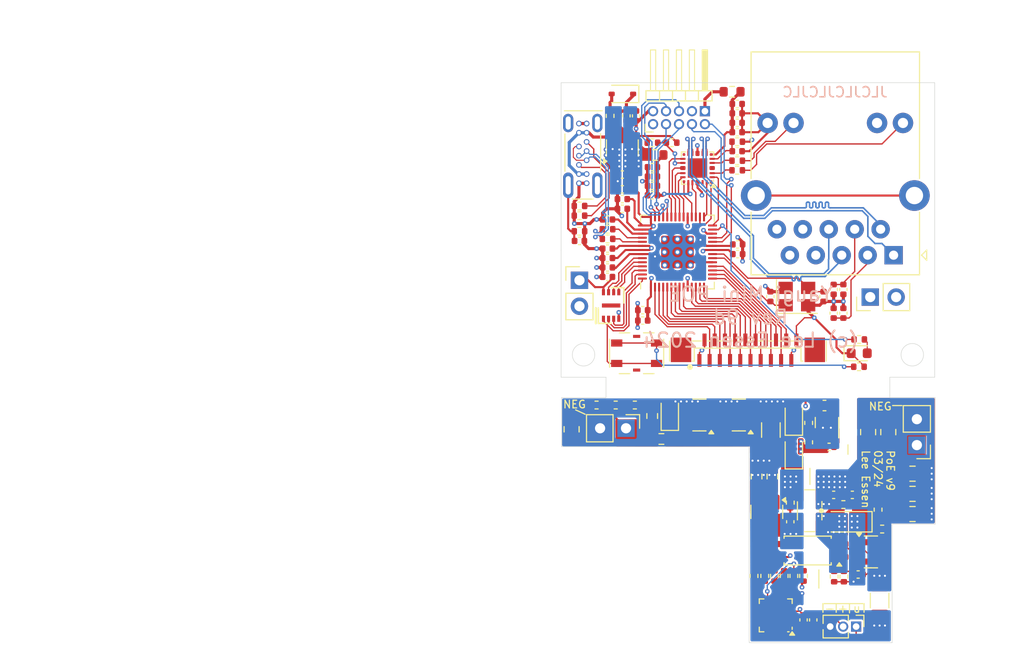
<source format=kicad_pcb>
(kicad_pcb (version 20240108) (generator "pcbnew") (generator_version "8.0")
  (layers (0 "F.Cu" signal) (1 "In1.Cu" signal) (2 "In2.Cu" signal) (31 "B.Cu" signal) (34 "B.Paste" user) (35 "F.Paste" user) (36 "B.SilkS" user "B.Silkscreen") (37 "F.SilkS" user "F.Silkscreen") (38 "B.Mask" user) (39 "F.Mask" user) (44 "Edge.Cuts" user))
  (net 0 "")
  (net 1 "/DIO1")
  (net 2 "/DIO2")
  (net 3 "/DIO3")
  (net 4 "/DIO4")
  (net 5 "/EOI")
  (net 6 "/DAV")
  (net 7 "/NRFD")
  (net 8 "/NDAC")
  (net 9 "/IFC")
  (net 10 "/SRQ")
  (net 11 "/ATN")
  (net 12 "GND")
  (net 13 "/DIO5")
  (net 14 "/DIO6")
  (net 15 "/DIO7")
  (net 16 "/DIO8")
  (net 17 "/REN")
  (net 18 "Net-(C109-Pad2)")
  (net 19 "/+5V")
  (net 20 "/UART_TX")
  (net 21 "/UART_RX")
  (net 22 "/USB_DM")
  (net 23 "/USB_DP")
  (net 24 "/I2C_SDA")
  (net 25 "/I2C_SCL")
  (net 26 "/QSPI_SS")
  (net 27 "/QSPI_SD1")
  (net 28 "/QSPI_SD2")
  (net 29 "/QSPI_SD0")
  (net 30 "/QSPI_SCLK")
  (net 31 "/QSPI_SD3")
  (net 32 "/DVDD")
  (net 33 "/SWCLK")
  (net 34 "/SWD")
  (net 35 "/POE+")
  (net 36 "/POE-")
  (net 37 "/+3V3")
  (net 38 "/RD_P")
  (net 39 "/RD_N")
  (net 40 "/TD_P")
  (net 41 "Net-(C1-Pad2)")
  (net 42 "Net-(C3-Pad2)")
  (net 43 "Net-(U102-XIN)")
  (net 44 "/LLED")
  (net 45 "/RLED")
  (net 46 "Net-(U102-XOUT)")
  (net 47 "Net-(D100-A)")
  (net 48 "/RXD1")
  (net 49 "/RXD0")
  (net 50 "/CRS")
  (net 51 "/MDIO")
  (net 52 "/MDC")
  (net 53 "/TXEN")
  (net 54 "/TXD0")
  (net 55 "/TXD1")
  (net 56 "/PHYCLK")
  (net 57 "Net-(D101-A)")
  (net 58 "/TD_N")
  (net 59 "Net-(F100-Pad2)")
  (net 60 "Net-(J101-CC1)")
  (net 61 "Net-(J101-CC2)")
  (net 62 "Net-(J104-LLED+)")
  (net 63 "Net-(J104-RLED+)")
  (net 64 "/USBD_N")
  (net 65 "/USBD_P")
  (net 66 "unconnected-(J104-SHIELD-Pad15)")
  (net 67 "/LED1")
  (net 68 "Net-(U101-RBIAS)")
  (net 69 "Net-(U101-~{RST})")
  (net 71 "/VREG")
  (net 72 "Net-(C207-Pad1)")
  (net 73 "Net-(Q203-D)")
  (net 74 "Net-(D204-A)")
  (net 75 "Net-(C210-Pad2)")
  (net 76 "/Vmcu")
  (net 77 "/POS")
  (net 78 "Net-(U204-K)")
  (net 79 "Net-(Q201-D)")
  (net 80 "Net-(U204-REF)")
  (net 81 "/UPDI")
  (net 82 "Net-(D201-K)")
  (net 83 "Net-(D202-A)")
  (net 84 "/INH")
  (net 85 "Net-(Q203-G)")
  (net 86 "Net-(Q203-S)")
  (net 87 "/FB")
  (net 88 "/Gate")
  (net 89 "Net-(U202-PB4)")
  (net 90 "Net-(R215-Pad2)")
  (net 91 "Net-(R216-Pad1)")
  (net 93 "/+P3V3")
  (net 94 "/PGND")
  (net 95 "/XPOE+")
  (net 96 "/XPOE-")
  (net 112 "Net-(R133-Pad1)")
  (net 116 "/ETH_VDDIO")
  (net 117 "/ETH_VDD")
  (net 119 "Net-(R1-Pad2)")
  (net 120 "Net-(R2-Pad2)")
  (footprint "Capacitor_SMD:C_0402_1005Metric" (layer "F.Cu") (at 142.75 114.95)
    (property "Reference" "C122" (hide yes))
    (property "Value" "0.1uF")
  )
  (footprint "Capacitor_SMD:C_0402_1005Metric" (layer "F.Cu") (at 139.3 108.825)
    (property "Reference" "C100" (hide yes))
    (property "Value" "0.1uF")
  )
  (footprint "Capacitor_SMD:C_0402_1005Metric" (layer "F.Cu") (at 139.3 105.05)
    (property "Reference" "C101" (hide yes))
    (property "Value" "1uF")
  )
  (footprint "Capacitor_SMD:C_0402_1005Metric" (layer "F.Cu") (at 140.75 103.05)
    (property "Reference" "C102" (hide yes))
    (property "Value" "0.1uF")
  )
  (footprint "Capacitor_SMD:C_0402_1005Metric" (layer "F.Cu") (at 140.75 104)
    (property "Reference" "C103" (hide yes))
    (property "Value" "1uF")
  )
  (footprint "000_Lee:8-uson-v2" (layer "F.Cu") (at 139.65 113.475 90)
    (property "Reference" "U103" (hide yes))
    (property "Value" "ZD25WQ16" (hide yes))
  )
  (footprint "Resistor_SMD:R_0402_1005Metric" (layer "F.Cu") (at 138.225 123.225)
    (property "Reference" "R1" (hide yes))
    (property "Value" "12K")
  )
  (footprint "Diode_SMD:D_SOD-323" (layer "F.Cu") (at 157.55 124.575 90)
    (property "Reference" "D203" (hide yes))
    (property "Value" "5V6")
  )
  (footprint "Resistor_SMD:R_0402_1005Metric" (layer "F.Cu") (at 158.5 139.965 90)
    (property "Reference" "R213" (hide yes))
    (property "Value" "1M")
  )
  (footprint "Capacitor_SMD:C_0402_1005Metric" (layer "F.Cu") (at 161.45 132.025 180)
    (property "Reference" "C209" (hide yes))
    (property "Value" "220pF")
  )
  (footprint "Resistor_SMD:R_0402_1005Metric" (layer "F.Cu") (at 152 100.23 180)
    (property "Reference" "R111" (hide yes))
    (property "Value" "470")
  )
  (footprint "Resistor_SMD:R_0402_1005Metric" (layer "F.Cu") (at 161.5 140.025 -90)
    (property "Reference" "R216" (hide yes))
    (property "Value" "510")
  )
  (footprint "Diode_SMD:D_SOD-323" (layer "F.Cu") (at 140.755 92.75 180)
    (property "Reference" "D100" (hide yes))
    (property "Value" "1N5819WS")
  )
  (footprint "Package_TO_SOT_SMD:SOT-23" (layer "F.Cu") (at 152.1625 124.2 180)
    (property "Reference" "Q201" (hide yes))
    (property "Value" "AS2324")
  )
  (footprint "Capacitor_SMD:C_0402_1005Metric" (layer "F.Cu") (at 152.05 108.44 180)
    (property "Reference" "C119" (hide yes))
    (property "Value" "0.1uF")
  )
  (footprint "Diode_SMD:D_SOD-323" (layer "F.Cu") (at 157.55 127.875 90)
    (property "Reference" "D202" (hide yes))
    (property "Value" "5V6")
  )
  (footprint "Capacitor_SMD:C_0402_1005Metric" (layer "F.Cu") (at 161.45 114.225 -90)
    (property "Reference" "C2" (hide yes))
    (property "Value" "1uF")
  )
  (footprint "000_Lee:WQFN24-DP83825I" (layer "F.Cu") (at 148.1125 100.01 180)
    (property "Reference" "U101" (hide yes))
    (property "Value" "DP83825I")
  )
  (footprint "Capacitor_SMD:C_0402_1005Metric" (layer "F.Cu") (at 155.25 112.6 -90)
    (property "Reference" "C117" (hide yes))
    (property "Value" "33pF")
  )
  (footprint "Resistor_SMD:R_0603_1608Metric" (layer "F.Cu") (at 143.95 98.73)
    (property "Reference" "FB1" (hide yes))
    (property "Value" "FerriteBead")
  )
  (footprint "000_Lee:USB_C_LCSC_C428464_SIDE" (layer "F.Cu") (at 136.875 98.7)
    (property "Reference" "J101" (hide yes))
    (property "Value" "USB_C_Receptacle_USB2.0")
  )
  (footprint "Capacitor_SMD:C_0402_1005Metric" (layer "F.Cu") (at 152 93.73 180)
    (property "Reference" "C12" (hide yes))
    (property "Value" "4.7u")
  )
  (footprint "Capacitor_SMD:C_0805_2012Metric" (layer "F.Cu") (at 169.175 131.925)
    (property "Reference" "C212" (hide yes))
    (property "Value" "22uF")
  )
  (footprint "Resistor_SMD:R_0603_1608Metric" (layer "F.Cu") (at 155.45 130.225 90)
    (property "Reference" "R210" (hide yes))
    (property "Value" "4.7R")
  )
  (footprint "Resistor_SMD:R_0402_1005Metric" (layer "F.Cu") (at 145.575 97.525)
    (property "Reference" "R105" (hide yes))
    (property "Value" "6.8K")
  )
  (footprint "Resistor_SMD:R_0402_1005Metric" (layer "F.Cu") (at 139.3 106)
    (property "Reference" "R104" (hide yes))
    (property "Value" "22")
  )
  (footprint "Package_DFN_QFN:VQFN-20-1EP_3x3mm_P0.4mm_EP1.7x1.7mm" (layer "F.Cu") (at 155.775 143.825 180)
    (property "Reference" "U202" (hide yes))
    (property "Value" "ATtiny1616-M")
  )
  (footprint "Resistor_SMD:R_0603_1608Metric" (layer "F.Cu") (at 153.9 130.225 90)
    (property "Reference" "R208" (hide yes))
    (property "Value" "4.7R")
  )
  (footprint "Capacitor_SMD:C_0805_2012Metric" (layer "F.Cu") (at 169.175 133.9)
    (property "Reference" "C213" (hide yes))
    (property "Value" "22uF")
  )
  (footprint "LED_SMD:LED_0603_1608Metric" (layer "F.Cu") (at 163.95 118.15)
    (property "Reference" "D101" (hide yes))
    (property "Value" "BLUE")
  )
  (footprint "Resistor_SMD:R_0402_1005Metric" (layer "F.Cu") (at 136.55 104.675 180)
    (property "Reference" "R103" (hide yes))
    (property "Value" "5.1k")
  )
  (footprint "Package_TO_SOT_SMD:SOT-23-3" (layer "F.Cu") (at 140.75 98.05 90)
    (property "Reference" "U100" (hide yes))
    (property "Value" "XC6206PxxxMR")
  )
  (footprint "Package_TO_SOT_SMD:SOT-23" (layer "F.Cu") (at 148.3 124.2 180)
    (property "Reference" "Q202" (hide yes))
    (property "Value" "AS2324")
  )
  (footprint "Capacitor_SMD:C_0805_2012Metric" (layer "F.Cu") (at 135.78 125.6 -90)
    (property "Reference" "C203" (hide yes))
    (property "Value" "100n")
  )
  (footprint "Capacitor_SMD:C_0402_1005Metric" (layer "F.Cu") (at 152 98.36 180)
    (property "Reference" "C112" (hide yes))
    (property "Value" "0.1uF")
  )
  (footprint "Capacitor_SMD:C_0402_1005Metric" (layer "F.Cu") (at 139.3 109.75)
    (property "Reference" "C110" (hide yes))
    (property "Value" "0.1uF")
  )
  (footprint "Capacitor_SMD:C_0402_1005Metric" (layer "F.Cu") (at 143.7 102.68)
    (property "Reference" "C8" (hide yes))
    (property "Value" "4.7u")
  )
  (footprint "Capacitor_SMD:C_0402_1005Metric" (layer "F.Cu") (at 136.55 107.15 180)
    (property "Reference" "C109" (hide yes))
    (property "Value" "10n")
  )
  (footprint "Capacitor_SMD:C_1206_3216Metric" (layer "F.Cu") (at 165.95 142.375 90)
    (property "Reference" "C208" (hide yes))
    (property "Value" "1nF")
  )
  (footprint "Capacitor_SMD:C_0402_1005Metric" (layer "F.Cu") (at 161 127.325)
    (property "Reference" "C202" (hide yes))
    (property "Value" "10u")
  )
  (footprint "000_Lee:RJ45_Wurth_7499210121A" (layer "F.Cu") (at 167.32 108.545 180)
    (property "Reference" "J104" (hide yes))
    (property "Value" "RJ45_Wurth_7499210121A")
  )
  (footprint "Capacitor_SMD:C_0402_1005Metric" (layer "F.Cu") (at 163.85 139.825)
    (property "Reference" "C215" (hide yes))
    (property "Value" "4.7n")
  )
  (footprint "Resistor_SMD:R_0402_1005Metric" (layer "F.Cu") (at 136.55 106.2)
    (property "Reference" "R101" (hide yes))
    (property "Value" "1M")
  )
  (footprint "Resistor_SMD:R_0402_1005Metric" (layer "F.Cu") (at 157.2 132.785 -90)
    (property "Reference" "R209" (hide yes))
    (property "Value" "100R")
  )
  (footprint "Package_TO_SOT_SMD:SOT-23" (layer "F.Cu") (at 154.9 133.6875 -90)
    (property "Reference" "Q203" (hide yes))
    (property "Value" "AS2324")
  )
  (footprint "Package_TO_SOT_SMD:SOT-23" (layer "F.Cu") (at 165.1 137.6125)
    (property "Reference" "U204" (hide yes))
    (property "Value" "AZ432")
  )
  (footprint "Resistor_SMD:R_0402_1005Metric" (layer "F.Cu") (at 157.55 139.965 -90)
    (property "Reference" "R214" (hide yes))
    (property "Value" "51k")
  )
  (footprint "Capacitor_SMD:C_0402_1005Metric" (layer "F.Cu") (at 141.15 94.9 90)
    (property "Reference" "C108" (hide yes))
    (property "Value" "0.1uF")
  )
  (footprint "Capacitor_SMD:C_0402_1005Metric" (layer "F.Cu") (at 152 95.58 180)
    (property "Reference" "C10" (hide yes))
    (property "Value" "0.1uF")
  )
  (footprint "Resistor_SMD:R_0402_1005Metric" (layer "F.Cu") (at 141.975 123.225)
    (property "Reference" "R3" (hide yes))
    (property "Value" "1K")
  )
  (footprint "Resistor_SMD:R_0402_1005Metric" (layer "F.Cu") (at 140.1 123.225)
    (property "Reference" "R2" (hide yes))
    (property "Value" "12K")
  )
  (footprint "Capacitor_SMD:C_0402_1005Metric" (layer "F.Cu") (at 142.1 94.9 90)
    (property "Reference" "C107" (hide yes))
    (property "Value" "1uF")
  )
  (footprint "Resistor_SMD:R_0402_1005Metric" (layer "F.Cu") (at 154.7 139.965 90)
    (property "Reference" "R215" (hide yes))
    (property "Value" "4K7")
  )
  (footprint "Capacitor_SMD:C_0402_1005Metric" (layer "F.Cu") (at 142.75 113.93)
    (property "Reference" "C118" (hide yes))
    (property "Value" "0.1uF")
  )
  (footprint "000_Lee:FPC_0.5K-A-20PBv2" (layer "F.Cu") (at 153.05 117.85)
    (property "Reference" "J1" (hide yes))
    (property "Value" "Conn_01x20_Male")
  )
  (footprint "Resistor_SMD:R_0402_1005Metric" (layer "F.Cu") (at 162.4 132.975 180)
    (property "Reference" "R212" (hide yes))
    (property "Value" "10R")
  )
  (footprint "Capacitor_SMD:C_0402_1005Metric" (layer "F.Cu") (at 139.3 107.9)
    (property "Reference" "C106" (hide yes))
    (property "Value" "0.1uF")
  )
  (footprint "Connector_PinHeader_2.54mm:PinHeader_1x02_P2.54mm_Vertical" (layer "F.Cu") (at 169.6 127.15 180)
    (property "Reference" "J202" (hide yes))
    (property "Value" "Conn_01x02_Male")
  )
  (footprint "Capacitor_SMD:C_0402_1005Metric" (layer "F.Cu") (at 157.2 134.66 -90)
    (property "Reference" "C207" (hide yes))
    (property "Value" "100p")
  )
  (footprint "Capacitor_SMD:C_0402_1005Metric" (layer "F.Cu") (at 152 94.65 180)
    (property "Reference" "C11" (hide yes))
    (property "Value" "1uF")
  )
  (footprint "Resistor_SMD:R_0603_1608Metric" (layer "F.Cu") (at 144.575 126.55)
    (property "Reference" "FB201" (hide yes))
    (property "Value" "600R @ 100MHz")
  )
  (footprint "Capacitor_SMD:C_0603_1608Metric" (layer "F.Cu") (at 160.55 123.275)
    (property "Reference" "C201" (hide yes))
    (property "Value" "1u")
  )
  (footprint "Crystal:Crystal_SMD_3225-4Pin_3.2x2.5mm" (layer "F.Cu") (at 157.85 112.6)
    (property "Reference" "Y100" (hide yes))
    (property "Value" "12MHz")
  )
  (footprint "Connector_PinHeader_1.27mm:PinHeader_1x03_P1.27mm_Vertical" (layer "F.Cu") (at 163.65 144.925 -90)
    (property "Reference" "J203" (hide yes))
    (property "Value" "DEBUG")
  )
  (footprint "000_Lee:PinHeader_2x05_X1321WR-2x05J" (layer "F.Cu") (at 146.3 95.075 180)
    (property "Reference" "J106" (hide yes))
    (property "Value" "DEBUG")
  )
  (footprint "Capacitor_SMD:C_0402_1005Metric" (layer "F.Cu") (at 143.7 101.76)
    (property "Reference" "C7" (hide yes))
    (property "Value" "10n")
  )
  (footprint "Capacitor_SMD:C_0402_1005Metric" (layer "F.Cu") (at 139.3 110.675)
    (property "Reference" "C105" (hide yes))
    (property "Value" "0.1uF")
  )
  (footprint "Resistor_SMD:R_0402_1005Metric" (layer "F.Cu") (at 163.95 116.8 180)
    (property "Reference" "R102" (hide yes))
    (property "Value" "470")
  )
  (footprint "Capacitor_SMD:C_0402_1005Metric" (layer "F.Cu") (at 162.4 114.225 -90)
    (property "Reference" "C1" (hide yes))
    (property "Value" "0.1uF")
  )
  (footprint "Resistor_SMD:R_0603_1608Metric" (layer "F.Cu") (at 143.675 124.3 90)
    (property "Reference" "R202" (hide yes))
    (property "Value" "2M")
  )
  (footprint "Capacitor_SMD:C_0805_2012Metric" (layer "F.Cu") (at 166.8 125.875 90)
    (property "Reference" "C214" (hide yes))
    (property "Value" "22uF")
  )
  (footprint "Capacitor_SMD:C_0402_1005Metric" (layer "F.Cu") (at 159.45 144.275 -90)
    (property "Reference" "C204" (hide yes))
    (property "Value" "10n")
  )
  (footprint "Capacitor_SMD:C_0805_2012Metric" (layer "F.Cu") (at 164.825 125.875 90)
    (property "Reference" "C211" (hide yes))
    (property "Value" "10u 25V")
  )
  (footprint "Diode_SMD:D_SOD-123" (layer "F.Cu") (at 162.85 134.66 180)
    (property "Reference" "D204" (hide yes))
    (property "Value" "B5819W")
  )
  (footprint "000_Lee:PinHeader_1x02_P2.54mm_Vertical_JLCPCB" (layer "F.Cu") (at 166.3 112.65)
    (property "Reference" "J103" (hide yes))
    (property "Value" "POE_IN")
  )
  (footprint "Capacitor_SMD:C_0402_1005Metric" (layer "F.Cu") (at 161.45 111.9 90)
    (property "Reference" "C4" (hide yes))
    (property "Value" "1uF")
  )
  (footprint "Resistor_SMD:R_0402_1005Metric" (layer "F.Cu") (at 163.925 119.475)
    (property "Reference" "R133" (hide yes))
    (property "Value" "1K")
  )
  (footprint "Resistor_SMD:R_0402_1005Metric" (layer "F.Cu") (at 152 97.43 180)
    (property "Reference" "R110" (hide yes))
    (property "Value" "4k7")
  )
  (footprint "Connector_PinHeader_2.54mm:PinHeader_1x02_P2.54mm_Vertical" (layer "F.Cu") (at 141.11 125.5 -90)
    (property "Reference" "J201" (hide yes))
    (property "Value" "Conn_01x02_Male")
  )
  (footprint "Resistor_SMD:R_0603_1608Metric" (layer "F.Cu") (at 151.5 92.54)
    (property "Reference" "FB2" (hide yes))
    (property "Value" "FerriteBead")
  )
  (footprint "Capacitor_SMD:C_0402_1005Metric" (layer "F.Cu") (at 162.4 111.9 90)
    (property "Reference" "C3" (hide yes))
    (property "Value" "0.1uF")
  )
  (footprint "Capacitor_SMD:C_0402_1005Metric" (layer "F.Cu") (at 140.75 100.65)
    (property "Reference" "C104" (hide yes))
    (property "Value" "1uF")
  )
  (footprint "Resistor_SMD:R_0402_1005Metric" (layer "F.Cu") (at 136.55 103.725 180)
    (property "Reference" "R100" (hide yes))
    (property "Value" "5.1k")
  )
  (footprint "Resistor_SMD:R_0402_1005Metric" (layer "F.Cu") (at 139.55 94.9 -90)
    (property "Reference" "F100" (hide yes))
    (property "Value" "200mA")
  )
  (footprint "Resistor_SMD:R_0402_1005Metric" (layer "F.Cu") (at 165.8 133.475 -90)
    (property "Reference" "R218" (hide yes))
    (property "Value" "20K")
  )
  (footprint "000_Lee:TDK_ATB" (layer "F.Cu") (at 159.1 133.575)
    (property "Reference" "T201" (hide yes))
    (property "Value" "ATB322524-0110-T000")
  )
  (footprint "000_Lee:PinHeader_1x02_P2.54mm_Vertical_JLCPCB" (layer "F.Cu") (at 136.55 112.275 -90)
    (property "Reference" "J100" (hide yes))
    (property "Value" "POE_3V3")
  )
  (footprint "000_Lee:SW_SPST_ C2888419" (layer "F.Cu") (at 142.15 118.15)
    (property "Reference" "SW1" (hide yes))
    (property "Value" "SW_Push")
  )
  (footprint "Capacitor_SMD:C_0805_2012Metric" (layer "F.Cu") (at 169.175 129.95)
    (property "Reference" "C216" (hide yes))
    (property "Value" "22uF")
  )
  (footprint "Capacitor_SMD:C_0402_1005Metric" (layer "F.Cu") (at 143.7 99.92)
    (property "Reference" "C5" (hide yes))
    (property "Value" "0.1uF")
  )
  (footprint "Capacitor_SMD:C_0402_1005Metric" (layer "F.Cu") (at 152.05 107.49 180)
    (property "Reference" "C123" (hide yes))
    (property "Value" "0.1uF")
  )
  (footprint "000_Lee:Diodes_UDFN2020-6_Type-C" (layer "F.Cu") (at 160.8 125.44 90)
    (property "Reference" "U201" (hide yes))
    (property "Value" "AP7387-3.3_UDFN2020-6")
  )
  (footprint "Capacitor_SMD:C_0402_1005Metric" (layer "F.Cu") (at 143.7 100.84)
    (property "Reference" "C6" (hide yes))
    (property "Value" "1uF")
  )
  (footprint "Capacitor_SMD:C_0402_1005Metric" (layer "F.Cu") (at 152 96.5 180)
    (property "Reference" "C9" (hide yes))
    (property "Value" "10n")
  )
  (footprint "Diode_SMD:D_SOD-323" (layer "F.Cu") (at 145.4 124.1 90)
    (property "Reference" "D201" (hide yes))
    (property "Value" "5V6")
  )
  (footprint "Resistor_SMD:R_0402_1005Metric" (layer "F.Cu") (at 159 126.875 -90)
    (property "Reference" "R205" (hide yes))
    (property "Value" "49.9")
  )
  (footprint "Capacitor_SMD:C_0402_1005Metric" (layer "F.Cu") (at 158.5 144.275 -90)
    (property "Reference" "C205" (hide yes))
    (property "Value" "100n")
  )
  (footprint "Capacitor_SMD:C_1206_3216Metric" (layer "F.Cu") (at 155.3 125.675 90)
    (property "Reference" "C206" (hide yes))
    (property "Value" "1u")
  )
  (footprint "Resistor_SMD:R_0402_1005Metric" (layer "F.Cu") (at 166.2 135.375)
    (property "Reference" "R219" (hide yes))
    (property "Value" "12K")
  )
  (footprint "Resistor_SMD:R_0402_1005Metric" (layer "F.Cu") (at 156.6 139.965 -90)
    (property "Reference" "R207" (hide yes))
    (property "Value" "1M")
  )
  (footprint "Resistor_SMD:R_0402_1005Metric" (layer "F.Cu") (at 153.65 139.965 -90)
    (property "Reference" "R211" (hide yes))
    (property "Value" "3.3K")
  )
  (footprint "Capacitor_SMD:C_0402_1005Metric" (layer "F.Cu") (at 163.28 132.025 180)
    (property "Reference" "C210" (hide yes))
    (property "Value" "1nF")
  )
  (footprint "Capacitor_SMD:C_0402_1005Metric" (layer "F.Cu") (at 160.45 112.6 90)
    (property "Reference" "C125" (hide yes))
    (property "Value" "33pF")
  )
  (footprint "Resistor_SMD:R_0402_1005Metric" (layer "F.Cu") (at 152 99.29 180)
    (property "Reference" "R113" (hide yes))
    (property "Value" "470")
  )
  (footprint "Capacitor_SMD:C_0402_1005Metric" (layer "F.Cu") (at 140.75 102.1)
    (property "Reference" "C121" (hide yes))
    (property "Value" "0.1uF")
  )
  (footprint "Resistor_SMD:R_0402_1005Metric" (layer "F.Cu") (at 139.3 106.95)
    (property "Reference" "R108" (hide yes))
    (property "Value" "22")
  )
  (footprint "Resistor_SMD:R_0402_1005Metric" (layer "F.Cu") (at 155.65 139.965 -90)
    (property "Reference" "R206" (hide yes))
    (property "Value" "49.9")
  )
  (footprint "Resistor_SMD:R_0402_1005Metric" (layer "F.Cu") (at 162.45 140.025 90)
    (property "Reference" "R217" (hide yes))
    (property "Value" "1K")
  )
  (footprint "Resistor_SMD:R_0402_1005Metric" (layer "F.Cu") (at 159 124.975 90)
    (property "Reference" "R201" (hide yes))
    (property "Value" "1M")
  )
  (footprint "Package_SO:SOP-4_4.4x2.6mm_P1.27mm" (layer "F.Cu") (at 158.9 137.475 180)
    (property "Reference" "U203" (hide yes))
    (property "Value" "EL3H7(B)")
  )
  (footprint "Resistor_SMD:R_0402_1005Metric" (layer "F.Cu") (at 143.7 97.53 180)
    (property "Reference" "R106" (hide yes))
    (property "Value" "150k")
  )
  (footprint "000_Lee:RP2040-QFN-56" (layer "F.Cu") (at 146.15 108.2375 90)
    (property "Reference" "U102" (hide yes))
    (property "Value" "RP2040")
  )
  (gr_line (start 162.85 127.125) (end 162.85 128.05) (stroke (width 0.12)) (layer "F.SilkS"))
  (gr_line (start 168.125 123.275) (end 167.225 123.275) (stroke (width 0.12)) (layer "F.SilkS"))
  (gr_line (start 159.125 129.425) (end 159.125 131) (stroke (width 0.12)) (layer "F.SilkS"))
  (gr_circle (center 147.375 119.5) (end 147.5886 119.5) (stroke (width 0.12)) (fill solid) (layer "F.SilkS"))
  (gr_line (start 161.7 143.525) (end 161.7 142.675) (stroke (width 0.12)) (layer "F.SilkS"))
  (gr_line (start 137.1 124.125) (end 136.175 123.7) (stroke (width 0.12)) (layer "F.SilkS"))
  (gr_line (start 164.425 143.525) (end 164.425 142.675) (stroke (width 0.12)) (layer "F.SilkS"))
  (gr_line (start 160 139.375) (end 160 141.15) (stroke (width 0.12)) (layer "F.SilkS"))
  (gr_line (start 164.425 142.675) (end 160.4 142.675) (stroke (width 0.12)) (layer "F.SilkS"))
  (gr_line (start 160.4 142.675) (end 160.4 143.525) (stroke (width 0.12)) (layer "F.SilkS"))
  (gr_line (start 163 143.575) (end 163 142.675) (stroke (width 0.12)) (layer "F.SilkS"))
  (gr_line (start 171.35 91.65) (end 171.35 108) (stroke (width 0.05)) (layer "Edge.Cuts"))
  (gr_line (start 139.15 120.5) (end 139.15 122.5) (stroke (width 0.05)) (layer "Edge.Cuts"))
  (gr_line (start 171.35 120.5) (end 171.35 108) (stroke (width 0.05)) (layer "Edge.Cuts"))
  (gr_line (start 134.75 108.05) (end 134.75 120.5) (stroke (width 0.05)) (layer "Edge.Cuts"))
  (gr_line (start 166.95 120.5) (end 171.35 120.5) (stroke (width 0.05)) (layer "Edge.Cuts"))
  (gr_line (start 134.8 127.3) (end 153.15 127.325) (stroke (width 0.05)) (layer "Edge.Cuts"))
  (gr_line (start 134.8 122.5) (end 134.8 127.3) (stroke (width 0.05)) (layer "Edge.Cuts"))
  (gr_line (start 171.4 122.5) (end 166.95 122.5) (stroke (width 0.05)) (layer "Edge.Cuts"))
  (gr_line (start 134.75 91.65) (end 134.75 108.05) (stroke (width 0.05)) (layer "Edge.Cuts"))
  (gr_line (start 171.4 134.9) (end 171.4 122.5) (stroke (width 0.05)) (layer "Edge.Cuts"))
  (gr_line (start 139.15 122.5) (end 134.8 122.5) (stroke (width 0.05)) (layer "Edge.Cuts"))
  (gr_line (start 167.175 134.9) (end 171.4 134.9) (stroke (width 0.05)) (layer "Edge.Cuts"))
  (gr_circle (center 169.15 118.3) (end 170.25 118.3) (stroke (width 0.05)) (fill none) (layer "Edge.Cuts"))
  (gr_line (start 166.95 120.5) (end 166.95 122.5) (stroke (width 0.05)) (layer "Edge.Cuts"))
  (gr_circle (center 136.95 118.3) (end 138.05 118.3) (stroke (width 0.05)) (fill none) (layer "Edge.Cuts"))
  (gr_line (start 167.175 146.5) (end 167.175 134.9) (stroke (width 0.05)) (layer "Edge.Cuts"))
  (gr_line (start 171.35 91.65) (end 134.75 91.65) (stroke (width 0.05)) (layer "Edge.Cuts"))
  (gr_line (start 134.75 120.5) (end 139.15 120.5) (stroke (width 0.05)) (layer "Edge.Cuts"))
  (gr_line (start 153.15 127.325) (end 153.175 146.5) (stroke (width 0.05)) (layer "Edge.Cuts"))
  (gr_line (start 153.175 146.5) (end 167.175 146.5) (stroke (width 0.05)) (layer "Edge.Cuts"))
  (gr_text "Yaugi Mini POE\nRev 9d\n(c) Lee Essen 2024" (at 153.3 114.625 0) (layer "B.SilkS") (effects (font (size 1.4 1.4) (thickness 0.2)) (justify mirror)))
  (gr_text "JLCJLCJLCJLC" (at 161.575 92.575 0) (layer "B.SilkS") (effects (font (size 1 1)) (justify mirror)))
  (gr_text "-" (at 160.5 143.625 0) (layer "F.SilkS") (effects (font (size 0.8 0.8) (thickness 0.12)) (justify left bottom)))
  (gr_text "+" (at 161.775 143.625 0) (layer "F.SilkS") (effects (font (size 0.8 0.8) (thickness 0.12)) (justify left bottom)))
  (gr_text "u" (at 163.275 143.625 0) (layer "F.SilkS") (effects (font (size 0.8 0.8) (thickness 0.12)) (justify left bottom)))
  (gr_text "PoE v9\n03/24\nLee Essen" (at 164.15 127.575 270) (layer "F.SilkS") (effects (font (size 0.75 0.75) (thickness 0.12)) (justify left bottom)))
  (gr_text "NEG" (at 134.875 123.6 0) (layer "F.SilkS") (effects (font (size 0.75 0.75) (thickness 0.12)) (justify left bottom)))
  (gr_text "NEG" (at 164.825 123.8 0) (layer "F.SilkS") (effects (font (size 0.75 0.75) (thickness 0.12)) (justify left bottom)))
  (segment (start 149.0552 115.55) (end 145.15875 115.55) (width 0.127) (layer "F.Cu") (net 1))
  (segment (start 145.15875 115.55) (end 143.95 114.34125) (width 0.127) (layer "F.Cu") (net 1))
  (segment (start 149.3 115.7948) (end 149.0552 115.55) (width 0.127) (layer "F.Cu") (net 1))
  (segment (start 143.95 114.34125) (end 143.95 111.675) (width 0.127) (layer "F.Cu") (net 1))
  (segment (start 149.3 118.85) (end 149.3 115.7948) (width 0.127) (layer "F.Cu") (net 1))
  (segment (start 145.25 115.3) (end 149.55 115.3) (width 0.127) (layer "F.Cu") (net 2))
  (segment (start 149.8 115.55) (end 149.8 116.85) (width 0.127) (layer "F.Cu") (net 2))
  (segment (start 149.55 115.3) (end 149.8 115.55) (width 0.127) (layer "F.Cu") (net 2))
  (segment (start 144.35 114.4) (end 145.25 115.3) (width 0.127) (layer "F.Cu") (net 2))
  (segment (start 144.35 111.675) (end 144.35 114.4) (width 0.127) (layer "F.Cu") (net 2))
  (segment (start 150.3 115.3) (end 150.3 118.85) (width 0.127) (layer "F.Cu") (net 3))
  (segment (start 144.75 114.45) (end 145.35 115.05) (width 0.127) (layer "F.Cu") (net 3))
  (segment (start 150.05 115.05) (end 150.3 115.3) (width 0.127) (layer "F.Cu") (net 3))
  (segment (start 144.75 111.675) (end 144.75 114.45) (width 0.127) (layer "F.Cu") (net 3))
  (segment (start 145.35 115.05) (end 150.05 115.05) (width 0.127) (layer "F.Cu") (net 3))
  (segment (start 145.45 114.8) (end 150.55 114.8) (width 0.127) (layer "F.Cu") (net 4))
  (segment (start 150.8 115.05) (end 150.8 116.85) (width 0.127) (layer "F.Cu") (net 4))
  (segment (start 150.55 114.8) (end 150.8 115.05) (width 0.127) (layer "F.Cu") (net 4))
  (segment (start 145.15 114.5) (end 145.45 114.8) (width 0.127) (layer "F.Cu") (net 4))
  (segment (start 145.15 111.675) (end 145.15 114.5) (width 0.127) (layer "F.Cu") (net 4))
  (segment (start 147.55 113.2) (end 147.9 113.55) (width 0.127) (layer "F.Cu") (net 5))
  (segment (start 153.3 114.75) (end 153.3 118.85) (width 0.127) (layer "F.Cu") (net 5))
  (segment (start 147.9 113.55) (end 152.1 113.55) (width 0.127) (layer "F.Cu") (net 5))
  (segment (start 152.1 113.55) (end 153.3 114.75) (width 0.127) (layer "F.Cu") (net 5))
  (segment (start 147.55 111.675) (end 147.55 113.2) (width 0.127) (layer "F.Cu") (net 5))
  (segment (start 148.35 112.85) (end 148.55 113.05) (width 0.127) (layer "F.Cu") (net 6))
  (segment (start 148.35 111.675) (end 148.35 112.85) (width 0.127) (layer "F.Cu") (net 6))
  (segment (start 148.55 113.05) (end 152.3 113.05) (width 0.127) (layer "F.Cu") (net 6))
  (segment (start 152.3 113.05) (end 154.3 115.05) (width 0.127) (layer "F.Cu") (net 6))
  (segment (start 154.3 115.05) (end 154.3 118.85) (width 0.127) (layer "F.Cu") (net 6))
  (segment (start 148.75 111.675) (end 148.75 112.6) (width 0.127) (layer "F.Cu") (net 7))
  (segment (start 154.8 115.2) (end 154.8 116.85) (width 0.127) (layer "F.Cu") (net 7))
  (segment (start 148.95 112.8) (end 152.4 112.8) (width 0.127) (layer "F.Cu") (net 7))
  (segment (start 148.75 112.6) (end 148.95 112.8) (width 0.127) (layer "F.Cu") (net 7))
  (segment (start 152.4 112.8) (end 154.8 115.2) (width 0.127) (layer "F.Cu") (net 7))
  (segment (start 155.3 115.35) (end 155.3 118.85) (width 0.127) (layer "F.Cu") (net 8))
  (segment (start 150.7875 110.8375) (end 155.3 115.35) (width 0.127) (layer "F.Cu") (net 8))
  (segment (start 149.5875 110.8375) (end 150.7875 110.8375) (width 0.127) (layer "F.Cu") (net 8))
  (segment (start 150.7375 110.4375) (end 155.8 115.5) (width 0.127) (layer "F.Cu") (net 9))
  (segment (start 155.8 115.5) (end 155.8 116.85) (width 0.127) (layer "F.Cu") (net 9))
  (segment (start 149.5875 110.4375) (end 150.7375 110.4375) (width 0.127) (layer "F.Cu") (net 9))
  (segment (start 149.5875 110.0375) (end 150.6875 110.0375) (width 0.127) (layer "F.Cu") (net 10))
  (segment (start 150.6875 110.0375) (end 156.3 115.65) (width 0.127) (layer "F.Cu") (net 10))
  (segment (start 156.3 115.65) (end 156.3 118.85) (width 0.127) (layer "F.Cu") (net 10))
  (segment (start 156.8 115.8) (end 150.6375 109.6375) (width 0.127) (layer "F.Cu") (net 11))
  (segment (start 156.8 116.85) (end 156.8 115.8) (width 0.127) (layer "F.Cu") (net 11))
  (segment (start 150.6375 109.6375) (end 149.5875 109.6375) (width 0.127) (layer "F.Cu") (net 11))
  (segment (start 161.45 112.38) (end 161.45 113.075) (width 0.3048) (layer "F.Cu") (net 12))
  (segment (start 137.06 106.2) (end 137.06 105.465) (width 0.3048) (layer "F.Cu") (net 12))
  (segment (start 152.53 107.49) (end 152.53 108.44) (width 0.3048) (layer "F.Cu") (net 12))
  (segment (start 153.19 98.36) (end 154.98 96.57) (width 0.2032) (layer "F.Cu") (net 12))
  (segment (start 141.15 95.38) (end 142.1 95.38) (width 0.3048) (layer "F.Cu") (net 12))
  (segment (start 136.5 101.5) (end 136.5 102.825) (width 0.3048) (layer "F.Cu") (net 12))
  (segment (start 142.25 113.25) (end 142.25 113.91) (width 0.3048) (layer "F.Cu") (net 12))
  (segment (start 154.075 96.5) (end 154.98 95.595) (width 0.2032) (layer "F.Cu") (net 12))
  (segment (start 157.8 117.6) (end 157.8 116.85) (width 0.127) (layer "F.Cu") (net 12))
  (segment (start 140.27 102.1) (end 140.27 103.05) (width 0.3048) (layer "F.Cu") (net 12))
  (segment (start 143.19 96.875) (end 145.435 96.875) (width 0.2032) (layer "F.Cu") (net 12))
  (segment (start 138.82 108.825) (end 138.82 109.75) (width 0.3048) (layer "F.Cu") (net 12))
  (segment (start 138.82 110.675) (end 138.225 110.675) (width 0.3048) (layer "F.Cu") (net 12))
  (segment (start 157.8 116.45) (end 157.8 116.425) (width 0.127) (layer "F.Cu") (net 12))
  (segment (start 139.225 104) (end 138.82 104.405) (width 0.3048) (layer "F.Cu") (net 12))
  (segment (start 136.04 105.44) (end 136.05 105.45) (width 0.3048) (layer "F.Cu") (net 12))
  (segment (start 162.4 113.075) (end 161.45 113.075) (width 0.3048) (layer "F.Cu") (net 12))
  (segment (start 137.03 106.23) (end 137.06 106.2) (width 0.3048) (layer "F.Cu") (net 12))
  (segment (start 157.8 115.475) (end 158.6 114.675) (width 0.127) (layer "F.Cu") (net 12))
  (segment (start 155.25 112.075) (end 154.75 111.575) (width 0.3048) (layer "F.Cu") (net 12))
  (segment (start 142.37 95.38) (end 143.31 94.44) (width 0.3048) (layer "F.Cu") (net 12))
  (segment (start 162.4 113.075) (end 162.4 113.745) (width 0.3048) (layer "F.Cu") (net 12))
  (segment (start 148.55 117.85) (end 148.3 118.1) (width 0.127) (layer "F.Cu") (net 12))
  (segment (start 162.4 112.38) (end 162.4 113.075) (width 0.3048) (layer "F.Cu") (net 12))
  (segment (start 142.25 114.97) (end 142.27 114.95) (width 0.3048) (layer "F.Cu") (net 12))
  (segment (start 139.8 99.1875) (end 139.8 99.925) (width 0.3048) (layer "F.Cu") (net 12))
  (segment (start 161.725 117.05) (end 161.725 117.575) (width 0.2032) (layer "F.Cu") (net 12))
  (segment (start 164.435 119.475) (end 164.435 119.4225) (width 0.127) (layer "F.Cu") (net 12))
  (segment (start 140.27 102.1) (end 140.27 101.33) (width 0.3048) (layer "F.Cu") (net 12))
  (segment (start 148.1125 101.485) (end 148.1125 101.9375) (width 0.2032) (layer "F.Cu") (net 12))
  (segment (start 152.05 106.79) (end 152.53 107.27) (width 0.3048) (layer "F.Cu") (net 12))
  (segment (start 152.48 94.65) (end 152.48 93.73) (width 0.2032) (layer "F.Cu") (net 12))
  (segment (start 137.45 107.9) (end 138.225 107.9) (width 0.3048) (layer "F.Cu") (net 12))
  (segment (start 140.27 103.05) (end 140.27 104) (width 0.3048) (layer "F.Cu") (net 12))
  (segment (start 138.82 107.9) (end 138.82 108.825) (width 0.3048) (layer "F.Cu") (net 12))
  (segment (start 138.82 109.75) (end 138.855 109.75) (width 0.2032) (layer "F.Cu") (net 12))
  (segment (start 158.95 113.45) (end 160.08 113.45) (width 0.3048) (layer "F.Cu") (net 12))
  (segment (start 143.19 97.53) (end 143.19 96.875) (width 0.2032) (layer "F.Cu") (net 12))
  (segment (start 142.1 96.525) (end 142.45 96.875) (width 0.2032) (layer "F.Cu") (net 12))
  (segment (start 148.1125 98.535) (end 148.1125 97.8125) (width 0.2032) (layer "F.Cu") (net 12))
  (segment (start 156.75 111.75) (end 156.38 112.12) (width 0.3048) (layer "F.Cu") (net 12))
  (segment (start 152.525 109.15) (end 152.525 108.445) (width 0.3048) (layer "F.Cu") (net 12))
  (segment (start 161.45 113.745) (end 161.45 113.075) (width 0.3048) (layer "F.Cu") (net 12))
  (segment (start 159.55 114.675) (end 161.725 116.85) (width 0.2032) (layer "F.Cu") (net 12))
  (segment (start 152.48 98.36) (end 153.19 98.36) (width 0.2032) (layer "F.Cu") (net 12))
  (segment (start 158.95 114.075) (end 158.95 113.45) (width 0.3048) (layer "F.Cu") (net 12))
  (segment (start 140.27 104) (end 140.27 104.27) (width 0.3048) (layer "F.Cu") (net 12))
  (segment (start 152.48 96.5) (end 152.48 95.58) (width 0.2032) (layer "F.Cu") (net 12))
  (segment (start 148.55 102.375) (end 148.55 102.675) (width 0.2032) (layer "F.Cu") (net 12))
  (segment (start 139.8 99.925) (end 140.27 100.395) (width 0.3048) (layer "F.Cu") (net 12))
  (segment (start 140.27 101.33) (end 140.3 101.3) (width 0.3048) (layer "F.Cu") (net 12))
  (segment (start 143.31 94.44) (end 143.76 94.44) (width 0.3048) (layer "F.Cu") (net 12))
  (segment (start 157.8 117.6) (end 157.55 117.85) (width 0.127) (layer "F.Cu") (net 12))
  (segment (start 148.8 116.85) (end 148.8 117.6) (width 0.127) (layer "F.Cu") (net 12))
  (segment (start 143.22 100.84) (end 143.22 101.3) (width 0.3048) (layer "F.Cu") (net 12))
  (segment (start 142.27 114.95) (end 142.27 113.93) (width 0.3048) (layer "F.Cu") (net 12))
  (segment (start 154.035 94.65) (end 154.98 95.595) (width 0.2032) (layer "F.Cu") (net 12))
  (segment (start 138.82 105.05) (end 138.225 105.05) (width 0.3048) (layer "F.Cu") (net 12))
  (segment (start 152.48 94.65) (end 154.035 94.65) (width 0.2032) (layer "F.Cu") (net 12))
  (segment (start 140.27 100.65) (end 140.27 101.27) (width 0.3048) (layer "F.Cu") (net 12))
  (segment (start 142.45 96.875) (end 143.19 96.875) (width 0.2032) (layer "F.Cu") (net 12))
  (segment (start 136.04 104.675) (end 136.04 105.44) (width 0.3048) (layer "F.Cu") (net 12))
  (segment (start 137.975 105.05) (end 138.225 105.05) (width 0.3048) (layer "F.Cu") (net 12))
  (segment (start 137.03 107.15) (end 137.03 106.23) (width 0.3048) (layer "F.Cu") (net 12))
  (segment (start 138.82 104.405) (end 138.82 105.05) (width 0.3048) (layer "F.Cu") (net 12))
  (segment (start 159.55 114.675) (end 158.95 114.075) (width 0.3048) (layer "F.Cu") (net 12))
  (segment (start 152.53 107.27) (end 152.53 107.49) (width 0.3048) (layer "F.Cu") (net 12))
  (segment (start 137.03 107.48) (end 137.45 107.9) (width 0.3048) (layer "F.Cu") (net 12))
  (segment (start 152.48 96.5) (end 154.075 96.5) (width 0.2032) (layer "F.Cu") (net 12))
  (segment (start 136.04 104.675) (end 136.04 103.725) (width 0.3048) (layer "F.Cu") (net 12))
  (segment (start 155.25 112.12) (end 155.25 112.075) (width 0.3048) (layer "F.Cu") (net 12))
  (segment (start 137.075 105.45) (end 136.05 105.45) (width 0.3048) (layer "F.Cu") (net 12))
  (segment (start 136.04 103.285) (end 136.04 103.725) (width 0.3048) (layer "F.Cu") (net 12))
  (segment (start 161.725 116.85) (end 161.725 117.05) (width 0.2032) (layer "F.Cu") (net 12))
  (segment (start 138.82 109.75) (end 138.225 109.75) (width 0.3048) (layer "F.Cu") (net 12))
  (segment (start 142.1 95.38) (end 142.37 95.38) (width 0.3048) (layer "F.Cu") (net 12))
  (segment (start 154.98 96.57) (end 154.98 95.595) (width 0.2032) (layer "F.Cu") (net 12))
  (segment (start 137.03 107.15) (end 137.03 107.48) (width 0.3048) (layer "F.Cu") (net 12))
  (segment (start 162.3 118.15) (end 163.1625 118.15) (width 0.2032) (layer "F.Cu") (net 12))
  (segment (start 137.575 105.45) (end 137.975 105.05) (width 0.3048) (layer "F.Cu") (net 12))
  (segment (start 160.08 113.45) (end 160.45 113.08) (width 0.3048) (layer "F.Cu") (net 12))
  (segment (start 148.1125 101.9375) (end 148.55 102.375) (width 0.2032) (layer "F.Cu") (net 12))
  (segment (start 136.5 101.5) (end 137.25 101.5) (width 0.3048) (layer "F.Cu") (net 12))
  (segment (start 156.38 112.12) (end 155.25 112.12) (width 0.3048) (layer "F.Cu") (net 12))
  (segment (start 148.3 118.1) (end 148.3 119.15) (width 0.127) (layer "F.Cu") (net 12))
  (segment (start 137.075 105.45) (end 137.575 105.45) (width 0.3048) (layer "F.Cu") (net 12))
  (segment (start 136.5 102.825) (end 136.04 103.285) (width 0.3048) (layer "F.Cu") (net 12))
  (segment (start 143.22 99.92) (end 143.22 100.84) (width 0.3048) (layer "F.Cu") (net 12))
  (segment (start 140.27 104) (end 139.225 104) (width 0.3048) (layer "F.Cu") (net 12))
  (segment (start 142.1 96.15) (end 142.1 96.525) (width 0.2032) (layer "F.Cu") (net 12))
  (segment (start 142.25 115.65) (end 142.25 114.97) (width 0.3048) (layer "F.Cu") (net 12))
  (segment (start 142.7 101.3) (end 143.22 101.3) (width 0.3048) (layer "F.Cu") (net 12))
  (segment (start 148.1125 97.8125) (end 148.1 97.8) (width 0.2032) (layer "F.Cu") (net 12))
  (segment (start 145.435 96.875) (end 146.085 97.525) (width 0.2032) (layer "F.Cu") (net 12))
  (segment (start 142.1 96.15) (end 142.1 95.38) (width 0.3048) (layer "F.Cu") (net 12))
  (segment (start 158.6 114.675) (end 159.55 114.675) (width 0.127) (layer "F.Cu") (net 12))
  (segment (start 136.5 95.65) (end 137.25 95.65) (width 0.3048) (layer "F.Cu") (net 12))
  (segment (start 140.4 114.775) (end 140.4 114.15) (width 0.2032) (layer "F.Cu") (net 12))
  (segment (start 157.8 116.85) (end 157.8 115.475) (width 0.127) (layer "F.Cu") (net 12))
  (segment (start 138.82 107.9) (end 138.225 107.9) (width 0.3048) (layer "F.Cu") (net 12))
  (segment (start 143.22 101.3) (end 143.22 101.76) (width 0.3048) (layer "F.Cu") (net 12))
  (segment (start 161.725 117.575) (end 162.3 118.15) (width 0.2032) (layer "F.Cu") (net 12))
  (segment (start 140.27 104.27) (end 140.7 104.7) (width 0.3048) (layer "F.Cu") (net 12))
  (segment (start 147.6625 109.2375) (end 147.4 109.5) (width 0.2032) (layer "F.Cu") (net 12))
  (segment (start 164.435 119.4225) (end 163.1625 118.15) (width 0.127) (layer "F.Cu") (net 12))
  (segment (start 137.06 105.465) (end 137.075 105.45) (width 0.3048) (layer "F.Cu") (net 12))
  (segment (start 161.445 113.08) (end 161.45 113.075) (width 0.3048) (layer "F.Cu") (net 12))
  (segment (start 138.82 109.75) (end 138.82 110.675) (width 0.3048) (layer "F.Cu") (net 12))
  (segment (start 142.25 113.91) (end 142.27 113.93) (width 0.3048) (layer "F.Cu") (net 12))
  (segment (start 140.27 101.27) (end 140.3 101.3) (width 0.3048) (layer "F.Cu") (net 12))
  (segment (start 157.55 117.85) (end 157.3 118.1) (width 0.127) (layer "F.Cu") (net 12))
  (segment (start 152.525 108.445) (end 152.53 108.44) (width 0.3048) (layer "F.Cu") (net 12))
  (segment (start 159.32 113.08) (end 158.95 113.45) (width 0.2032) (layer "F.Cu") (net 12))
  (segment (start 149.5875 109.2375) (end 147.6625 109.2375) (width 0.2032) (layer "F.Cu") (net 12))
  (segment (start 143.22 101.76) (end 143.22 102.68) (width 0.3048) (layer "F.Cu") (net 12))
  (segment (start 152.48 95.58) (end 152.48 94.65) (width 0.2032) (layer "F.Cu") (net 12))
  (segment (start 140.27 100.395) (end 140.27 100.65) (width 0.3048) (layer "F.Cu") (net 12))
  (segment (start 160.45 113.08) (end 161.445 113.08) (width 0.3048) (layer "F.Cu") (net 12))
  (segment (start 148.8 117.6) (end 148.55 117.85) (width 0.127) (layer "F.Cu") (net 12))
  (segment (start 157.3 118.1) (end 157.3 118.85) (width 0.127) (layer "F.Cu") (net 12))
  (segment (start 138.82 108.825) (end 138.225 108.825) (width 0.3048) (layer "F.Cu") (net 12))
  (via (at 140.7 104.7) (size 0.45) (drill 0.2) (layers "F.Cu" "B.Cu") (net 12))
  (via (at 138.225 105.05) (size 0.45) (drill 0.2) (layers "F.Cu" "B.Cu") (net 12))
  (via (at 148.1 97.8) (size 0.45) (drill 0.2) (layers "F.Cu" "B.Cu") (net 12))
  (via (at 146.15 109.525) (size 0.6) (drill 0.35) (layers "F.Cu" "B.Cu") (net 12))
  (via (at 148.55 102.675) (size 0.45) (drill 0.2) (layers "F.Cu" "B.Cu") (net 12))
  (via (at 137.075 105.45) (size 0.45) (drill 0.2) (layers "F.Cu" "B.Cu") (net 12))
  (via (at 142.7 101.3) (size 0.45) (drill 0.2) (layers "F.Cu" "B.Cu") (net 12))
  (via (at 147.425 106.975) (size 0.6) (drill 0.35) (layers "F.Cu" "B.Cu") (net 12))
  (via (at 144.875 106.975) (size 0.6) (drill 0.35) (layers "F.Cu" "B.Cu") (net 12))
  (via (at 154.75 111.575) (size 0.45) (drill 0.2) (layers "F.Cu" "B.Cu") (net 12))
  (via (at 138.225 109.75) (size 0.45) (drill 0.2) (layers "F.Cu" "B.Cu") (net 12))
  (via (at 142.1 96.15) (size 0.45) (drill 0.2) (layers "F.Cu" "B.Cu") (net 12))
  (via (at 138.225 108.825) (size 0.45) (drill 0.2) (layers "F.Cu" "B.Cu") (net 12))
  (via (at 161.45 113.075) (size 0.45) (drill 0.2) (layers "F.Cu" "B.Cu") (net 12))
  (via (at 159.55 114.675) (size 0.45) (drill 0.2) (layers "F.Cu" "B.Cu") (net 12))
  (via (at 142.25 113.25) (size 0.45) (drill 0.2) (layers "F.Cu" "B.Cu") (net 12))
  (via (at 136.05 105.45) (size 0.45) (drill 0.2) (layers "F.Cu" "B.Cu") (net 12))
  (via (at 140.45 99.3) (size 0.45) (drill 0.2) (layers "F.Cu" "B.Cu") (net 12))
  (via (at 144.875 108.25) (size 0.6) (drill 0.35) (layers "F.Cu" "B.Cu") (net 12))
  (via (at 140.45 98.75) (size 0.45) (drill 0.2) (layers "F.Cu" "B.Cu") (net 12))
  (via (at 147.425 108.25) (size 0.6) (drill 0.35) (layers "F.Cu" "B.Cu") (net 12))
  (via (at 140.45 99.85) (size 0.45) (drill 0.2) (layers "F.Cu" "B.Cu") (net 12))
  (via (at 152.05 106.79) (size 0.45) (drill 0.2) (layers "F.Cu" "B.Cu") (net 12))
  (via (at 157.55 117.85) (size 0.45) (drill 0.2) (layers "F.Cu" "B.Cu") (net 12))
  (via (at 146.15 106.975) (size 0.6) (drill 0.35) (layers "F.Cu" "B.Cu") (net 12))
  (via (at 142.25 115.65) (size 0.45) (drill 0.2) (layers "F.Cu" "B.Cu") (net 12))
  (via (at 139.15 98.75) (size 0.45) (drill 0.2) (layers "F.Cu" "B.Cu") (net 12))
  (via (at 152.525 109.15) (size 0.45) (drill 0.2) (layers "F.Cu" "B.Cu") (net 12))
  (via (at 138.225 110.675) (size 0.45) (drill 0.2) (layers "F.Cu" "B.Cu") (net 12))
  (via (at 138.225 107.9) (size 0.45) (drill 0.2) (layers "F.Cu" "B.Cu") (net 12))
  (via (at 140.3 101.3) (size 0.45) (drill 0.2) (layers "F.Cu" "B.Cu") (net 12))
  (via (at 140.45 98.2) (size 0.45) (drill 0.2) (layers "F.Cu" "B.Cu") (net 12))
  (via (at 147.425 109.525) (size 0.6) (drill 0.35) (layers "F.Cu" "B.Cu") (net 12))
  (via (at 140.4 114.15) (size 0.45) (drill 0.2) (layers "F.Cu" "B.Cu") (net 12))
  (via (at 139.15 98.2) (size 0.45) (drill 0.2) (layers "F.Cu" "B.Cu") (net 12))
  (via (at 144.9 109.525) (size 0.6) (drill 0.35) (layers "F.Cu" "B.Cu") (net 12))
  (via (at 148.55 117.85) (size 0.45) (drill 0.2) (layers "F.Cu" "B.Cu") (net 12))
  (via (at 146.15 108.25) (size 0.6) (drill 0.35) (layers "F.Cu" "B.Cu") (net 12))
  (via (at 162.4 113.075) (size 0.45) (drill 0.2) (layers "F.Cu" "B.Cu") (net 12))
  (via (at 139.8 98.15) (size 0.45) (drill 0.2) (layers "F.Cu" "B.Cu") (net 12))
  (segment (start 145.9 114.55) (end 151.1 114.55) (width 0.127) (layer "F.Cu") (net 13))
  (segment (start 145.55 114.2) (end 145.9 114.55) (width 0.127) (layer "F.Cu") (net 13))
  (segment (start 151.1 114.55) (end 151.3 114.75) (width 0.127) (layer "F.Cu") (net 13))
  (segment (start 145.55 111.675) (end 145.55 114.2) (width 0.127) (layer "F.Cu") (net 13))
  (segment (start 151.3 114.75) (end 151.3 118.85) (width 0.127) (layer "F.Cu") (net 13))
  (segment (start 151.8 114.6) (end 151.8 116.85) (width 0.127) (layer "F.Cu") (net 14))
  (segment (start 151.5 114.3) (end 151.8 114.6) (width 0.127) (layer "F.Cu") (net 14))
  (segment (start 146.2 114.3) (end 151.5 114.3) (width 0.127) (layer "F.Cu") (net 14))
  (segment (start 145.95 114.05) (end 146.2 114.3) (width 0.127) (layer "F.Cu") (net 14))
  (segment (start 145.95 111.675) (end 145.95 114.05) (width 0.127) (layer "F.Cu") (net 14))
  (segment (start 146.35 113.8) (end 146.6 114.05) (width 0.127) (layer "F.Cu") (net 15))
  (segment (start 146.6 114.05) (end 151.9 114.05) (width 0.127) (layer "F.Cu") (net 15))
  (segment (start 151.9 114.05) (end 152.3 114.45) (width 0.127) (layer "F.Cu") (net 15))
  (segment (start 146.35 111.675) (end 146.35 113.8) (width 0.127) (layer "F.Cu") (net 15))
  (segment (start 152.3 114.45) (end 152.3 118.85) (width 0.127) (layer "F.Cu") (net 15))
  (segment (start 147 113.8) (end 152 113.8) (width 0.127) (layer "F.Cu") (net 16))
  (segment (start 146.75 111.675) (end 146.75 113.55) (width 0.127) (layer "F.Cu") (net 16))
  (segment (start 152 113.8) (end 152.8 114.6) (width 0.127) (layer "F.Cu") (net 16))
  (segment (start 152.8 114.6) (end 152.8 116.85) (width 0.127) (layer "F.Cu") (net 16))
  (segment (start 146.75 113.55) (end 147 113.8) (width 0.127) (layer "F.Cu") (net 16))
  (segment (start 148.2 113.3) (end 152.2 113.3) (width 0.127) (layer "F.Cu") (net 17))
  (segment (start 152.2 113.3) (end 153.8 114.9) (width 0.127) (layer "F.Cu") (net 17))
  (segment (start 153.8 114.9) (end 153.8 116.85) (width 0.127) (layer "F.Cu") (net 17))
  (segment (start 147.95 111.675) (end 147.95 113.05) (width 0.127) (layer "F.Cu") (net 17))
  (segment (start 147.95 113.05) (end 148.2 113.3) (width 0.127) (layer "F.Cu") (net 17))
  (segment (start 136.04 106.2) (end 136.04 107.12) (width 0.2032) (layer "F.Cu") (net 18))
  (segment (start 135.445 105.945) (end 135.7 106.2) (width 0.2032) (layer "F.Cu") (net 18))
  (segment (start 135.7 106.2) (end 136.04 106.2) (width 0.2032) (layer "F.Cu") (net 18))
  (segment (start 136.04 107.12) (end 136.07 107.15) (width 0.2032) (layer "F.Cu") (net 18))
  (segment (start 135.445 101.7) (end 135.445 105.945) (width 0.2032) (layer "F.Cu") (net 18))
  (segment (start 141.15 93.575) (end 141.15 94.42) (width 0.3048) (layer "F.Cu") (net 19))
  (segment (start 141.805 92.92) (end 141.15 93.575) (width 0.3048) (layer "F.Cu") (net 19))
  (segment (start 141.15 94.42) (end 142.1 94.42) (width 0.3048) (layer "F.Cu") (net 19))
  (segment (start 140.375 94.775) (end 140.375 95.825) (width 0.3048) (layer "F.Cu") (net 19))
  (segment (start 140.75 96.2) (end 140.75 96.9125) (width 0.3048) (layer "F.Cu") (net 19))
  (segment (start 140.375 95.825) (end 140.75 96.2) (width 0.3048) (layer "F.Cu") (net 19))
  (segment (start 141.805 92.75) (end 141.805 92.92) (width 0.3048) (layer "F.Cu") (net 19))
  (segment (start 140.73 94.42) (end 140.375 94.775) (width 0.3048) (layer "F.Cu") (net 19))
  (segment (start 141.15 94.42) (end 140.73 94.42) (width 0.3048) (layer "F.Cu") (net 19))
  (segment (start 144.35 104.2) (end 144.1 103.95) (width 0.127) (layer "F.Cu") (net 20))
  (segment (start 144.1 103.95) (end 144.1 103.55) (width 0.127) (layer "F.Cu") (net 20))
  (segment (start 144.35 104.8) (end 144.35 104.2) (width 0.127) (layer "F.Cu") (net 20))
  (via (at 144.1 103.55) (size 0.45) (drill 0.2) (layers "F.Cu" "B.Cu") (net 20))
  (segment (start 144.25 98.25) (end 146.3 96.2) (width 0.127) (layer "B.Cu") (net 20))
  (segment (start 144.1 103.55) (end 144.1 103) (width 0.127) (layer "B.Cu") (net 20))
  (segment (start 144.25 102.85) (end 144.25 98.25) (width 0.127) (layer "B.Cu") (net 20))
  (segment (start 144.1 103) (end 144.25 102.85) (width 0.127) (layer "B.Cu") (net 20))
  (segment (start 146.3 96.2) (end 146.3 95.71) (width 0.127) (layer "B.Cu") (net 20))
  (segment (start 143.95 104.25) (end 143.55 103.85) (width 0.127) (layer "F.Cu") (net 21))
  (segment (start 143.95 104.8) (end 143.95 104.25) (width 0.127) (layer "F.Cu") (net 21))
  (via (at 143.55 103.85) (size 0.45) (drill 0.2) (layers "F.Cu" "B.Cu") (net 21))
  (segment (start 143.55 103) (end 143.95 102.6) (width 0.127) (layer "B.Cu") (net 21))
  (segment (start 145.03 97.07) (end 145.03 95.71) (width 0.127) (layer "B.Cu") (net 21))
  (segment (start 143.95 102.6) (end 143.95 98.15) (width 0.127) (layer "B.Cu") (net 21))
  (segment (start 143.55 103.85) (end 143.55 103) (width 0.127) (layer "B.Cu") (net 21))
  (segment (start 143.95 98.15) (end 145.03 97.07) (width 0.127) (layer "B.Cu") (net 21))
  (segment (start 142.7125 106.8375) (end 141.2375 106.8375) (width 0.127) (layer "F.Cu") (net 22))
  (segment (start 140.4 106) (end 139.81 106) (width 0.127) (layer "F.Cu") (net 22))
  (segment (start 141.2375 106.8375) (end 140.4 106) (width 0.127) (layer "F.Cu") (net 22))
  (segment (start 142.7125 107.2375) (end 140.7875 107.2375) (width 0.127) (layer "F.Cu") (net 23))
  (segment (start 140.5 106.95) (end 139.81 106.95) (width 0.127) (layer "F.Cu") (net 23))
  (segment (start 140.7875 107.2375) (end 140.5 106.95) (width 0.127) (layer "F.Cu") (net 23))
  (segment (start 145.15 103.3) (end 145.1 103.25) (width 0.127) (layer "F.Cu") (net 24))
  (segment (start 145.15 104.8) (end 145.15 103.3) (width 0.127) (layer "F.Cu") (net 24))
  (via (at 145.1 103.25) (size 0.45) (drill 0.2) (layers "F.Cu" "B.Cu") (net 24))
  (segment (start 143.225 93.325) (end 145.975 93.325) (width 0.127) (layer "B.Cu") (net 24))
  (segment (start 143.25 104.6) (end 142.8 104.15) (width 0.127) (layer "B.Cu") (net 24))
  (segment (start 142.8 102.9) (end 143.35 102.35) (width 0.127) (layer "B.Cu") (net 24))
  (segment (start 145.975 93.325) (end 146.3 93.65) (width 0.127) (layer "B.Cu") (net 24))
  (segment (start 142.65 96.925) (end 142.65 93.9) (width 0.127) (layer "B.Cu") (net 24))
  (segment (start 143.35 97.625) (end 142.65 96.925) (width 0.127) (layer "B.Cu") (net 24))
  (segment (start 144.4 104.6) (end 143.25 104.6) (width 0.127) (layer "B.Cu") (net 24))
  (segment (start 145.2 103.35) (end 145.2 103.8) (width 0.127) (layer "B.Cu") (net 24))
  (segment (start 143.35 102.35) (end 143.35 97.625) (width 0.127) (layer "B.Cu") (net 24))
  (segment (start 142.65 93.9) (end 143.225 93.325) (width 0.127) (layer "B.Cu") (net 24))
  (segment (start 142.8 104.15) (end 142.8 102.9) (width 0.127) (layer "B.Cu") (net 24))
  (segment (start 146.3 93.65) (end 146.3 94.44) (width 0.127) (layer "B.Cu") (net 24))
  (segment (start 145.1 103.25) (end 145.2 103.35) (width 0.127) (layer "B.Cu") (net 24))
  (segment (start 145.2 103.8) (end 144.4 104.6) (width 0.127) (layer "B.Cu") (net 24))
  (segment (start 144.75 103.75) (end 144.7 103.7) (width 0.127) (layer "F.Cu") (net 25))
  (segment (start 144.75 104.8) (end 144.75 103.75) (width 0.127) (layer "F.Cu") (net 25))
  (via (at 144.7 103.7) (size 0.45) (drill 0.2) (layers "F.Cu" "B.Cu") (net 25))
  (segment (start 144.25 104.35) (end 143.45 104.35) (width 0.127) (layer "B.Cu") (net 25))
  (segment (start 144.7 103.9) (end 144.25 104.35) (width 0.127) (layer "B.Cu") (net 25))
  (segment (start 144.825 93.65) (end 145.03 93.855) (width 0.127) (layer "B.Cu") (net 25))
  (segment (start 145.03 93.855) (end 145.03 94.44) (width 0.127) (layer "B.Cu") (net 25))
  (segment (start 143.45 104.35) (end 143.1 104) (width 0.127) (layer "B.Cu") (net 25))
  (segment (start 143.1 104) (end 143.1 103) (width 0.127) (layer "B.Cu") (net 25))
  (segment (start 142.95 96.75) (end 142.95 94.05) (width 0.127) (layer "B.Cu") (net 25))
  (segment (start 142.95 94.05) (end 143.35 93.65) (width 0.127) (layer "B.Cu") (net 25))
  (segment (start 143.35 93.65) (end 144.825 93.65) (width 0.127) (layer "B.Cu") (net 25))
  (segment (start 143.1 103) (end 143.65 102.45) (width 0.127) (layer "B.Cu") (net 25))
  (segment (start 143.65 102.45) (end 143.65 97.45) (width 0.127) (layer "B.Cu") (net 25))
  (segment (start 144.7 103.7) (end 144.7 103.9) (width 0.127) (layer "B.Cu") (net 25))
  (segment (start 143.65 97.45) (end 142.95 96.75) (width 0.127) (layer "B.Cu") (net 25))
  (segment (start 139.475 119.15) (end 140.2 119.15) (width 0.127) (layer "F.Cu") (net 26))
  (segment (start 139.275 115.375) (end 139.85 115.95) (width 0.127) (layer "F.Cu") (net 26))
  (segment (start 139.275 118.95) (end 139.475 119.15) (width 0.127) (layer "F.Cu") (net 26))
  (segment (start 140.9 115.95) (end 141.4 115.45) (width 0.127) (layer "F.Cu") (net 26))
  (segment (start 141.4 115.45) (end 141.4 112.375) (width 0.127) (layer "F.Cu") (net 26))
  (segment (start 144.1 119.15) (end 140.2 119.15) (width 0.127) (layer "F.Cu") (net 26))
  (segment (start 138.9 115) (end 139.275 115.375) (width 0.127) (layer "F.Cu") (net 26))
  (segment (start 142.7125 111.0625) (end 142.7125 110.8375) (width 0.127) (layer "F.Cu") (net 26))
  (segment (start 141.4 112.375) (end 142.7125 111.0625) (width 0.127) (layer "F.Cu") (net 26))
  (segment (start 138.9 114.775) (end 138.9 115) (width 0.127) (layer "F.Cu") (net 26))
  (segment (start 139.275 115.375) (end 139.275 118.95) (width 0.127) (layer "F.Cu") (net 26))
  (segment (start 139.85 115.95) (end 140.9 115.95) (width 0.127) (layer "F.Cu") (net 26))
  (segment (start 139.4 114.775) (end 139.4 115.1) (width 0.127) (layer "F.Cu") (net 27))
  (segment (start 140.85 115.65) (end 141.15 115.35) (width 0.127) (layer "F.Cu") (net 27))
  (segment (start 142 111.4) (end 142 110.6) (width 0.127) (layer "F.Cu") (net 27))
  (segment (start 142 110.6) (end 142.1625 110.4375) (width 0.127) (layer "F.Cu") (net 27))
  (segment (start 142.1625 110.4375) (end 142.7125 110.4375) (width 0.127) (layer "F.Cu") (net 27))
  (segment (start 139.4 115.1) (end 139.95 115.65) (width 0.127) (layer "F.Cu") (net 27))
  (segment (start 141.15 112.25) (end 142 111.4) (width 0.127) (layer "F.Cu") (net 27))
  (segment (start 139.95 115.65) (end 140.85 115.65) (width 0.127) (layer "F.Cu") (net 27))
  (segment (start 141.15 115.35) (end 141.15 112.25) (width 0.127) (layer "F.Cu") (net 27))
  (segment (start 139.9 115.25) (end 140.05 115.4) (width 0.127) (layer "F.Cu") (net 28))
  (segment (start 141.7 110.3) (end 141.9625 110.0375) (width 0.127) (layer "F.Cu") (net 28))
  (segment (start 140.9 112.075) (end 141.7 111.275) (width 0.127) (layer "F.Cu") (net 28))
  (segment (start 139.9 114.775) (end 139.9 115.25) (width 0.127) (layer "F.Cu") (net 28))
  (segment (start 141.9625 110.0375) (end 142.7125 110.0375) (width 0.127) (layer "F.Cu") (net 28))
  (segment (start 141.7 111.275) (end 141.7 110.3) (width 0.127) (layer "F.Cu") (net 28))
  (segment (start 140.9 115.25) (end 140.9 112.075) (width 0.127) (layer "F.Cu") (net 28))
  (segment (start 140.05 115.4) (end 140.75 115.4) (width 0.127) (layer "F.Cu") (net 28))
  (segment (start 140.75 115.4) (end 140.9 115.25) (width 0.127) (layer "F.Cu") (net 28))
  (segment (start 140.975 110.523) (end 141.4 110.098) (width 0.127) (layer "F.Cu") (net 29))
  (segment (start 141.4 110.098) (end 141.8605 109.6375) (width 0.127) (layer "F.Cu") (net 29))
  (segment (start 141.8605 109.6375) (end 142.7125 109.6375) (width 0.127) (layer "F.Cu") (net 29))
  (segment (start 140.4 111.775) (end 140.975 111.2) (width 0.127) (layer "F.Cu") (net 29))
  (segment (start 140.975 111.2) (end 140.975 110.523) (width 0.127) (layer "F.Cu") (net 29))
  (segment (start 140.4 112.175) (end 140.4 111.775) (width 0.127) (layer "F.Cu") (net 29))
  (segment (start 140.7 110.4) (end 141.1 110) (width 0.127) (layer "F.Cu") (net 30))
  (segment (start 140.175 111.6) (end 140.7 111.075) (width 0.127) (layer "F.Cu") (net 30))
  (segment (start 140.7 111.075) (end 140.7 110.4) (width 0.127) (layer "F.Cu") (net 30))
  (segment (start 141.1 110) (end 141.8625 109.2375) (width 0.127) (layer "F.Cu") (net 30))
  (segment (start 140.048 111.6) (end 140.175 111.6) (width 0.127) (layer "F.Cu") (net 30))
  (segment (start 139.9 111.748) (end 140.048 111.6) (width 0.127) (layer "F.Cu") (net 30))
  (segment (start 139.9 112.175) (end 139.9 111.748) (width 0.127) (layer "F.Cu") (net 30))
  (segment (start 141.8625 109.2375) (end 142.7125 109.2375) (width 0.127) (layer "F.Cu") (net 30))
  (segment (start 141.8625 108.8375) (end 140.4 110.3) (width 0.127) (layer "F.Cu") (net 31))
  (segment (start 140.4 111.025) (end 140.125 111.3) (width 0.127) (layer "F.Cu") (net 31))
  (segment (start 139.4 112.175) (end 139.4 111.7) (width 0.127) (layer "F.Cu") (net 31))
  (segment (start 139.4 111.7) (end 139.8 111.3) (width 0.127) (layer "F.Cu") (net 31))
  (segment (start 140.4 110.3) (end 140.4 111.025) (width 0.127) (layer "F.Cu") (net 31))
  (segment (start 139.8 111.3) (end 140.125 111.3) (width 0.127) (layer "F.Cu") (net 31))
  (segment (start 142.7125 108.8375) (end 141.8625 108.8375) (width 0.127) (layer "F.Cu") (net 31))
  (segment (start 141.4625 108.4375) (end 142.7125 108.4375) (width 0.2032) (layer "F.Cu") (net 32))
  (segment (start 139.78 109.8) (end 140.1 109.8) (width 0.2032) (layer "F.Cu") (net 32))
  (segment (start 149.125 107.6375) (end 148.9875 107.6375) (width 0.2032) (layer "F.Cu") (net 32))
  (segment (start 142.7125 106.4375) (end 141.7375 106.4375) (width 0.2032) (layer "F.Cu") (net 32))
  (segment (start 151.4225 107.6375) (end 151.57 107.49) (width 0.2032) (layer "F.Cu") (net 32))
  (segment (start 140.35 105.05) (end 139.78 105.05) (width 0.2032) (layer "F.Cu") (net 32))
  (segment (start 143.8125 106.4375) (end 143.95 106.575) (width 0.2032) (layer "F.Cu") (net 32))
  (segment (start 142.7125 106.4375) (end 143.8125 106.4375) (width 0.2032) (layer "F.Cu") (net 32))
  (segment (start 149.5875 107.6375) (end 149.125 107.6375) (width 0.2032) (layer "F.Cu") (net 32))
  (segment (start 148.9875 107.6375) (end 148.4 107.05) (width 0.2032) (layer "F.Cu") (net 32))
  (segment (start 143.7125 108.4375) (end 143.95 108.675) (width 0.2032) (layer "F.Cu") (net 32))
  (segment (start 149.5875 107.6375) (end 151.4225 107.6375) (width 0.2032) (layer "F.Cu") (net 32))
  (segment (start 142.7125 108.4375) (end 143.7125 108.4375) (width 0.2032) (layer "F.Cu") (net 32))
  (segment (start 140.1 109.8) (end 141.4625 108.4375) (width 0.2032) (layer "F.Cu") (net 32))
  (segment (start 141.7375 106.4375) (end 140.35 105.05) (width 0.2032) (layer "F.Cu") (net 32))
  (via (at 143.95 108.675) (size 0.45) (drill 0.2) (layers "F.Cu" "B.Cu") (net 32))
  (via (at 148.4 107.05) (size 0.45) (drill 0.2) (layers "F.Cu" "B.Cu") (net 32))
  (via (at 143.95 106.575) (size 0.45) (drill 0.2) (layers "F.Cu" "B.Cu") (net 32))
  (segment (start 150.5375 107.2375) (end 151.425 106.35) (width 0.127) (layer "F.Cu") (net 33))
  (segment (start 151.425 106.35) (end 151.425 101.7) (width 0.127) (layer "F.Cu") (net 33))
  (segment (start 149.5875 107.2375) (end 150.5375 107.2375) (width 0.127) (layer "F.Cu") (net 33))
  (via (at 151.425 101.7) (size 0.45) (drill 0.2) (layers "F.Cu" "B.Cu") (net 33))
  (segment (start 147.745 96.45) (end 147.57 96.275) (width 0.127) (layer "B.Cu") (net 33))
  (segment (start 149.8 96.45) (end 147.745 96.45) (width 0.127) (layer "B.Cu") (net 33))
  (segment (start 151.425 101.7) (end 151.05 101.7) (width 0.127) (layer "B.Cu") (net 33))
  (segment (start 150.425 101.075) (end 150.425 97.075) (width 0.127) (layer "B.Cu") (net 33))
  (segment (start 151.05 101.7) (end 150.425 101.075) (width 0.127) (layer "B.Cu") (net 33))
  (segment (start 147.57 96.275) (end 147.57 95.91) (width 0.127) (layer "B.Cu") (net 33))
  (segment (start 150.425 97.075) (end 149.8 96.45) (width 0.127) (layer "B.Cu") (net 33))
  (segment (start 150.975 106.35) (end 150.975 106.25) (width 0.127) (layer "F.Cu") (net 34))
  (segment (start 150.4875 106.8375) (end 150.975 106.35) (width 0.127) (layer "F.Cu") (net 34))
  (segment (start 149.5875 106.8375) (end 150.4875 106.8375) (width 0.127) (layer "F.Cu") (net 34))
  (segment (start 150.975 101.55) (end 151.425 101.1) (width 0.127) (layer "F.Cu") (net 34))
  (segment (start 150.975 106.25) (end 150.975 105.725) (width 0.127) (layer "F.Cu") (net 34))
  (segment (start 150.975 105.725) (end 150.975 101.9) (width 0.127) (layer "F.Cu") (net 34))
  (segment (start 150.975 101.9) (end 150.975 101.55) (width 0.127) (layer "F.Cu") (net 34))
  (via (at 151.425 101.1) (size 0.45) (drill 0.2) (layers "F.Cu" "B.Cu") (net 34))
  (segment (start 150.725 100.9) (end 150.725 96.9) (width 0.127) (layer "B.Cu") (net 34))
  (segment (start 151.425 101.1) (end 150.925 101.1) (width 0.127) (layer "B.Cu") (net 34))
  (segment (start 150.725 96.9) (end 149.535 95.71) (width 0.127) (layer "B.Cu") (net 34))
  (segment (start 150.925 101.1) (end 150.725 100.9) (width 0.127) (layer "B.Cu") (net 34))
  (segment (start 149.535 95.71) (end 148.84 95.71) (width 0.127) (layer "B.Cu") (net 34))
  (segment (start 136.28 124.15) (end 135.78 124.65) (width 0.2032) (layer "F.Cu") (net 35))
  (segment (start 137.715 123.225) (end 137.715 124.11) (width 0.2032) (layer "F.Cu") (net 35))
  (segment (start 137.675 124.15) (end 136.28 124.15) (width 0.2032) (layer "F.Cu") (net 35))
  (segment (start 137.715 124.11) (end 137.675 124.15) (width 0.2032) (layer "F.Cu") (net 35))
  (segment (start 141.11 125.5) (end 139.76 124.15) (width 0.2032) (layer "F.Cu") (net 35))
  (segment (start 139.76 124.15) (end 137.675 124.15) (width 0.2032) (layer "F.Cu") (net 35))
  (segment (start 161.45 124.79) (end 160.8 125.44) (width 0.3048) (layer "F.Cu") (net 36))
  (segment (start 161.185 125.44) (end 161.175 125.45) (width 0.2032) (layer "F.Cu") (net 36))
  (segment (start 157.95 144.025) (end 157.95 144.205) (width 0.127) (layer "F.Cu") (net 36))
  (segment (start 166.475 144.825) (end 166.475 144.375) (width 0.3048) (layer "F.Cu") (net 36))
  (segment (start 156.85 124.075) (end 157.24 124.465) (width 0.3048) (layer "F.Cu") (net 36))
  (segment (start 159.62 144.925) (end 159.45 144.755) (width 0.127) (layer "F.Cu") (net 36))
  (segment (start 157.9 141.675) (end 158.35 141.675) (width 0.2032) (layer "F.Cu") (net 36))
  (segment (start 160.41 125.44) (end 160.8 125.44) (width 0.3048) (layer "F.Cu") (net 36))
  (segment (start 152.725 122.875) (end 153.1 123.25) (width 0.508) (layer "F.Cu") (net 36))
  (segment (start 155.45 129.4) (end 153.9 129.4) (width 0.2032) (layer "F.Cu") (net 36))
  (segment (start 145.575 122.875) (end 145.4 123.05) (width 0.508) (layer "F.Cu") (net 36))
  (segment (start 165.425 144.375) (end 165.95 143.85) (width 0.3048) (layer "F.Cu") (net 36))
  (segment (start 149.2375 123.25) (end 149.6125 122.875) (width 0.508) (layer "F.Cu") (net 36))
  (segment (start 156.5 123.025) (end 156.85 123.375) (width 0.3048) (layer "F.Cu") (net 36))
  (segment (start 165.95 144.825) (end 165.95 143.85) (width 0.3048) (layer "F.Cu") (net 36))
  (segment (start 157.55 141.325) (end 157.9 141.675) (width 0.2032) (layer "F.Cu") (net 36))
  (segment (start 156.5 122.875) (end 154.3 122.875) (width 0.508) (layer "F.Cu") (net 36))
  (segment (start 161.165 125.44) (end 160.8 125.44) (width 0.2032) (layer "F.Cu") (net 36))
  (segment (start 166.475 144.375) (end 165.95 143.85) (width 0.3048) (layer "F.Cu") (net 36))
  (segment (start 156.85 123.375) (end 156.85 124.075) (width 0.3048) (layer "F.Cu") (net 36))
  (segment (start 161.925 126.88) (end 161.925 125.575) (width 0.2032) (layer "F.Cu") (net 36))
  (segment (start 161.45 124.5025) (end 161.45 123.4) (width 0.3048) (layer "F.Cu") (net 36))
  (segment (start 161.48 127.325) (end 161.925 126.88) (width 0.2032) (layer "F.Cu") (net 36))
  (segment (start 160.4 125.45) (end 160.41 125.44) (width 0.3048) (layer "F.Cu") (net 36))
  (segment (start 159 124.465) (end 159.975 125.44) (width 0.3048) (layer "F.Cu") (net 36))
  (segment (start 161.925 125.575) (end 161.79 125.44) (width 0.2032) (layer "F.Cu") (net 36))
  (segment (start 161.45 124.5025) (end 161.45 124.79) (width 0.3048) (layer "F.Cu") (net 36))
  (segment (start 156.6 140.475) (end 157.55 140.475) (width 0.2032) (layer "F.Cu") (net 36))
  (segment (start 157.55 140.475) (end 157.55 141.325) (width 0.2032) (layer "F.Cu") (net 36))
  (segment (start 157.225 143.825) (end 157.75 143.825) (width 0.127) (layer "F.Cu") (net 36))
  (segment (start 157.225 143.825) (end 155.775 143.825) (width 0.2032) (layer "F.Cu") (net 36))
  (segment (start 148.15 122.875) (end 147.6 122.875) (width 0.508) (layer "F.Cu") (net 36))
  (segment (start 159.45 144.755) (end 158.5 144.755) (width 0.127) (layer "F.Cu") (net 36))
  (segment (start 148.8625 122.875) (end 149.2375 123.25) (width 0.508) (layer "F.Cu") (net 36))
  (segment (start 161.45 123.4) (end 161.325 123.275) (width 0.3048) (layer "F.Cu") (net 36))
  (segment (start 157.95 144.205) (end 158.5 144.755) (width 0.127) (layer "F.Cu") (net 36))
  (segment (start 160.39 125.44) (end 160.4 125.45) (width 0.3048) (layer "F.Cu") (net 36))
  (segment (start 157.24 124.465) (end 159 124.465) (width 0.3048) (layer "F.Cu") (net 36))
  (segment (start 157.75 143.825) (end 157.95 144.025) (width 0.127) (layer "F.Cu") (net 36))
  (segment (start 145.95 122.875) (end 145.575 122.875) (width 0.508) (layer "F.Cu") (net 36))
  (segment (start 165.425 144.825) (end 165.425 144.375) (width 0.3048) (layer "F.Cu") (net 36))
  (segment (start 138.57 125.5) (end 137.52 126.55) (width 0.2032) (layer "F.Cu") (net 36))
  (segment (start 161.79 125.44) (end 161.185 125.44) (width 0.2032) (layer "F.Cu") (net 36))
  (segment (start 152 122.875) (end 152.725 122.875) (width 0.508) (layer "F.Cu") (net 36))
  (segment (start 149.6125 122.875) (end 150.35 122.875) (width 0.508) (layer "F.Cu") (net 36))
  (segment (start 161.175 125.45) (end 161.165 125.44) (width 0.2032) (layer "F.Cu") (net 36))
  (segment (start 147.6 122.875) (end 145.95 122.875) (width 0.508) (layer "F.Cu") (net 36))
  (segment (start 161.11 144.925) (end 159.62 144.925) (width 0.127) (layer "F.Cu") (net 36))
  (segment (start 159.975 125.44) (end 160.39 125.44) (width 0.3048) (layer "F.Cu") (net 36))
  (segment (start 154.3 122.875) (end 153.475 122.875) (width 0.508) (layer "F.Cu") (net 36))
  (segment (start 153.475 122.875) (end 153.1 123.25) (width 0.508) (layer "F.Cu") (net 36))
  (segment (start 137.52 126.55) (end 135.78 126.55) (width 0.2032) (layer "F.Cu") (net 36))
  (segment (start 150.35 122.875) (end 152 122.875) (width 0.508) (layer "F.Cu") (net 36))
  (segment (start 148.15 122.875) (end 148.8625 122.875) (width 0.508) (layer "F.Cu") (net 36))
  (via (at 154.85 122.875) (size 0.45) (drill 0.2) (layers "F.Cu" "B.Cu") (net 36))
  (via (at 154.6 128.675) (size 0.45) (drill 0.2) (layers "F.Cu" "B.Cu") (net 36))
  (via (at 154.05 130.075) (size 0.45) (drill 0.2) (layers "F.Cu" "B.Cu") (net 36))
  (via (at 154.3 122.875) (size 0.45) (drill 0.2) (layers "F.Cu" "B.Cu") (net 36))
  (via (at 153.5 128.675) (size 0.45) (drill 0.2) (layers "F.Cu" "B.Cu") (net 36))
  (via (at 154.6 130.075) (size 0.45) (drill 0.2) (layers "F.Cu" "B.Cu") (net 36))
  (via (at 150.35 122.875) (size 0.45) (drill 0.2) (layers "F.Cu" "B.Cu") (net 36))
  (via (at 145.95 122.875) (size 0.45) (drill 0.2) (layers "F.Cu" "B.Cu") (net 36))
  (via (at 155.4 122.875) (size 0.45) (drill 0.2) (layers "F.Cu" "B.Cu") (net 36))
  (via (at 155.15 130.075) (size 0.45) (drill 0.2) (layers "F.Cu" "B.Cu") (net 36))
  (via (at 165.95 144.825) (size 0.45) (drill 0.2) (layers "F.Cu" "B.Cu") (net 36))
  (via (at 151.45 122.875) (size 0.45) (drill 0.2) (layers "F.Cu" "B.Cu") (net 36))
  (via (at 146.5 122.875) (size 0.45) (drill 0.2) (layers "F.Cu" "B.Cu") (net 36))
  (via (at 160.4 125.45) (size 0.45) (drill 0.2) (layers "F.Cu" "B.Cu") (net 36))
  (via (at 165.425 144.825) (size 0.45) (drill 0.2) (layers "F.Cu" "B.Cu") (net 36))
  (via (at 147.6 122.875) (size 0.45) (drill 0.2) (layers "F.Cu" "B.Cu") (net 36))
  (via (at 152 122.875) (size 0.45) (drill 0.2) (layers "F.Cu" "B.Cu") (net 36))
  (via (at 153.5 130.075) (size 0.45) (drill 0.2) (layers "F.Cu" "B.Cu") (net 36))
  (via (at 161.175 125.45) (size 0.45) (drill 0.2) (layers "F.Cu" "B.Cu") (net 36))
  (via (at 166.475 144.825) (size 0.45) (drill 0.2) (layers "F.Cu" "B.Cu") (net 36))
  (via (at 150.9 122.875) (size 0.45) (drill 0.2) (layers "F.Cu" "B.Cu") (net 36))
  (via (at 147.05 122.875) (size 0.45) (drill 0.2) (layers "F.Cu" "B.Cu") (net 36))
  (via (at 148.15 122.875) (size 0.45) (drill 0.2) (layers "F.Cu" "B.Cu") (net 36))
  (via (at 156.5 122.875) (size 0.45) (drill 0.2) (layers "F.Cu" "B.Cu") (net 36))
  (via (at 158.35 141.675) (size 0.45) (drill 0.2) (layers "F.Cu" "B.Cu") (net 36))
  (via (at 155.7 130.075) (size 0.45) (drill 0.2) (layers "F.Cu" "B.Cu") (net 36))
  (via (at 154.05 128.675) (size 0.45) (drill 0.2) (layers "F.Cu" "B.Cu") (net 36))
  (via (at 155.95 122.875) (size 0.45) (drill 0.2) (layers "F.Cu" "B.Cu") (net 36))
  (via (at 155.15 128.675) (size 0.45) (drill 0.2) (layers "F.Cu" "B.Cu") (net 36))
  (segment (start 143.6 126.675) (end 153.1 126.675) (width 0.2032) (layer "B.Cu") (net 36))
  (segment (start 137.785 126.675) (end 143.6 126.675) (width 0.2032) (layer "B.Cu") (net 36))
  (segment (start 153.35 126.675) (end 154.25 127.575) (width 0.2032) (layer "B.Cu") (net 36))
  (segment (start 147.15 111.675) (end 147.15 110.8) (width 0.2032) (layer "F.Cu") (net 37))
  (segment (start 143.55 110.85) (end 143.6 110.8) (width 0.2032) (layer "F.Cu") (net 37))
  (segment (start 142.35 104.45) (end 142.35 102.45) (width 0.2032) (layer "F.Cu") (net 37))
  (segment (start 139.78 110.795) (end 139.78 110.675) (width 0.2032) (layer "F.Cu") (net 37))
  (segment (start 141.0625 108.0375) (end 140.275 108.825) (width 0.2032) (layer "F.Cu") (net 37))
  (segment (start 143.7375 105.6375) (end 143.8 105.7) (width 0.2032) (layer "F.Cu") (net 37))
  (segment (start 153.27 97.43) (end 153.45 97.25) (width 0.2032) (layer "F.Cu") (net 37))
  (segment (start 138.075 111.675) (end 138.9 111.675) (width 0.2032) (layer "F.Cu") (net 37))
  (segment (start 152.51 97.43) (end 153.27 97.43) (width 0.2032) (layer "F.Cu") (net 37))
  (segment (start 147.15 104.8) (end 147.15 105.7) (width 0.2032) (layer "F.Cu") (net 37))
  (segment (start 142.7 104.8) (end 142.35 104.45) (width 0.2032) (layer "F.Cu") (net 37))
  (segment (start 142.7125 108.0375) (end 141.0625 108.0375) (width 0.2032) (layer "F.Cu") (net 37))
  (segment (start 138.9 111.675) (end 139.78 110.795) (width 0.2032) (layer "F.Cu") (net 37))
  (segment (start 143.23 112.92) (end 143.23 113.93) (width 0.2032) (layer "F.Cu") (net 37))
  (segment (start 149.5875 106.4375) (end 149.0375 106.4375) (width 0.2032) (layer "F.Cu") (net 37))
  (segment (start 141.9375 106.0375) (end 142.7125 106.0375) (width 0.2032) (layer "F.Cu") (net 37))
  (segment (start 143.55 104.8) (end 143.55 105.45) (width 0.2032) (layer "F.Cu") (net 37))
  (segment (start 140.4625 107.6375) (end 142.7125 107.6375) (width 0.2032) (layer "F.Cu") (net 37))
  (segment (start 143.55 111.675) (end 143.55 112.6) (width 0.2032) (layer "F.Cu") (net 37))
  (segment (start 143.55 112.6) (end 143.23 112.92) (width 0.2032) (layer "F.Cu") (net 37))
  (segment (start 140.2 107.9) (end 139.78 107.9) (width 0.2032) (layer "F.Cu") (net 37))
  (segment (start 143.55 104.8) (end 142.7 104.8) (width 0.2032) (layer "F.Cu") (net 37))
  (segment (start 142.7125 106.0375) (end 143.4625 106.0375) (width 0.2032) (layer "F.Cu") (net 37))
  (segment (start 138.9 112.175) (end 138.9 111.675) (width 0.2032) (layer "F.Cu") (net 37))
  (segment (start 141.75 103.05) (end 141.95 103.25) (width 0.2032) (layer "F.Cu") (net 37))
  (segment (start 143.4125 108.0375) (end 143.6 107.85) (width 0.2032) (layer "F.Cu") (net 37))
  (segment (start 137.405 111.005) (end 138.075 111.675) (width 0.2032) (layer "F.Cu") (net 37))
  (segment (start 148.7625 108.0375) (end 148.65 108.15) (width 0.2032) (layer "F.Cu") (net 37))
  (segment (start 142.7125 105.6375) (end 143.7375 105.6375) (width 0.2032) (layer "F.Cu") (net 37))
  (segment (start 142.7125 107.6375) (end 143.3875 107.6375) (width 0.2032) (layer "F.Cu") (net 37))
  (segment (start 142.35 102.45) (end 142 102.1) (width 0.2032) (layer "F.Cu") (net 37))
  (segment (start 140.275 108.825) (end 139.78 108.825) (width 0.2032) (layer "F.Cu") (net 37))
  (segment (start 141.23 103.05) (end 141.75 103.05) (width 0.2032) (layer "F.Cu") (net 37))
  (segment (start 149.5875 108.0375) (end 151.1675 108.0375) (width 0.2032) (layer "F.Cu") (net 37))
  (segment (start 141.23 105.33) (end 141.9375 106.0375) (width 0.2032) (layer "F.Cu") (net 37))
  (segment (start 142 102.1) (end 141.23 102.1) (width 0.2032) (layer "F.Cu") (net 37))
  (segment (start 141.95 103.25) (end 141.95 104.875) (width 0.2032) (layer "F.Cu") (net 37))
  (segment (start 141.7 99.1875) (end 141.7 100.18) (width 0.3048) (layer "F.Cu") (net 37))
  (segment (start 141.23 104) (end 141.23 105.33) (width 0.2032) (layer "F.Cu") (net 37))
  (segment (start 136.55 111.005) (end 137.405 111.005) (width 0.2032) (layer "F.Cu") (net 37))
  (segment (start 149.56 92.54) (end 150.675 92.54) (width 0.3048) (layer "F.Cu") (net 37))
  (segment (start 141.7 100.18) (end 141.23 100.65) (width 0.3048) (layer "F.Cu") (net 37))
  (segment (start 143.4625 106.0375) (end 143.8 105.7) (width 0.2032) (layer "F.Cu") (net 37))
  (segment (start 149.0375 106.4375) (end 148.7 106.1) (width 0.2032) (layer "F.Cu") (net 37))
  (segment (start 143.23 113.93) (end 143.23 114.95) (width 0.3048) (layer "F.Cu") (net 37))
  (segment (start 143.55 105.45) (end 143.8 105.7) (width 0.2032) (layer "F.Cu") (net 37))
  (segment (start 149.5875 108.0375) (end 148.7625 108.0375) (width 0.2032) (layer "F.Cu") (net 37))
  (segment (start 148.84 93.26) (end 149.56 92.54) (width 0.3048) (layer "F.Cu") (net 37))
  (segment (start 142.7125 108.0375) (end 143.4125 108.0375) (width 0.2032) (layer "F.Cu") (net 37))
  (segment (start 151.1675 108.0375) (end 151.57 108.44) (width 0.2032) (layer "F.Cu") (net 37))
  (segment (start 141.95 104.875) (end 142.7125 105.6375) (width 0.2032) (layer "F.Cu") (net 37))
  (segment (start 140.4625 107.6375) (end 140.2 107.9) (width 0.2032) (layer "F.Cu") (net 37))
  (segment (start 148.84 94.44) (end 148.84 93.26) (width 0.3048) (layer "F.Cu") (net 37))
  (segment (start 143.55 111.675) (end 143.55 110.85) (width 0.2032) (layer "F.Cu") (net 37))
  (segment (start 143.3875 107.6375) (end 143.6 107.85) (width 0.2032) (layer "F.Cu") (net 37))
  (via (at 142.35 98.75) (size 0.45) (drill 0.2) (layers "F.Cu" "B.Cu") (net 37))
  (via (at 141.05 99.85) (size 0.45) (drill 0.2) (layers "F.Cu" "B.Cu") (net 37))
  (via (at 142.35 98.2) (size 0.45) (drill 0.2) (layers "F.Cu" "B.Cu") (net 37))
  (via (at 143.6 107.85) (size 0.45) (drill 0.2) (layers "F.Cu" "B.Cu") (net 37))
  (via (at 147.15 110.8) (size 0.45) (drill 0.2) (layers "F.Cu" "B.Cu") (net 37))
  (via (at 141.05 98.75) (size 0.45) (drill 0.2) (layers "F.Cu" "B.Cu") (net 37))
  (via (at 142.35 99.3) (size 0.45) (drill 0.2) (layers "F.Cu" "B.Cu") (net 37))
  (via (at 143.8 105.7) (size 0.45) (drill 0.2) (layers "F.Cu" "B.Cu") (net 37))
  (via (at 148.65 108.15) (size 0.45) (drill 0.2) (layers "F.Cu" "B.Cu") (net 37))
  (via (at 141.05 98.2) (size 0.45) (drill 0.2) (layers "F.Cu" "B.Cu") (net 37))
  (via (at 153.45 97.25) (size 0.45) (drill 0.2) (layers "F.Cu" "B.Cu") (net 37))
  (via (at 142.35 99.85) (size 0.45) (drill 0.2) (layers "F.Cu" "B.Cu") (net 37))
  (via (at 143.6 110.8) (size 0.45) (drill 0.2) (layers "F.Cu" "B.Cu") (net 37))
  (via (at 141.05 99.3) (size 0.45) (drill 0.2) (layers "F.Cu" "B.Cu") (net 37))
  (via (at 147.15 105.7) (size 0.45) (drill 0.2) (layers "F.Cu" "B.Cu") (net 37))
  (via (at 148.7 106.1) (size 0.45) (drill 0.2) (layers "F.Cu" "B.Cu") (net 37))
  (via (at 141.7 98.15) (size 0.45) (drill 0.2) (layers "F.Cu" "B.Cu") (net 37))
  (segment (start 148.6125 98.197499) (end 148.6728 98.137199) (width 0.1524) (layer "F.Cu") (net 38))
  (segment (start 148.6728 97.2988) (end 148.524 97.15) (width 0.1524) (layer "F.Cu") (net 38))
  (segment (start 148.6125 98.535) (end 148.6125 98.197499) (width 0.1524) (layer "F.Cu") (net 38))
  (segment (start 148.6728 98.137199) (end 148.6728 97.2988) (width 0.1524) (layer "F.Cu") (net 38))
  (via (at 148.524 97.15) (size 0.45) (drill 0.2) (layers "F.Cu" "B.Cu") (net 38))
  (segment (start 164.8 106.7) (end 165.5 107.4) (width 0.1524) (layer "B.Cu") (net 38))
  (segment (start 154.707866 104.9397) (end 155.457866 104.1897) (width 0.1524) (layer "B.Cu") (net 38))
  (segment (start 165.5 107.4) (end 166.175 107.4) (width 0.1524) (layer "B.Cu") (net 38))
  (segment (start 148.673181 97.299181) (end 148.673181 97.891984) (width 0.151638) (layer "B.Cu") (net 38))
  (segment (start 148.524 97.15) (end 148.673181 97.299181) (width 0.151638) (layer "B.Cu") (net 38))
  (segment (start 148.6728 100.970366) (end 152.642134 104.9397) (width 0.1524) (layer "B.Cu") (net 38))
  (segment (start 164.242134 104.1897) (end 164.8 104.747566) (width 0.1524) (layer "B.Cu") (net 38))
  (segment (start 155.457866 104.1897) (end 164.242134 104.1897) (width 0.1524) (layer "B.Cu") (net 38))
  (segment (start 148.673181 97.891984) (end 148.6728 97.892365) (width 0.151638) (layer "B.Cu") (net 38))
  (segment (start 148.6728 97.892365) (end 148.6728 100.970366) (width 0.1524) (layer "B.Cu") (net 38))
  (segment (start 152.642134 104.9397) (end 154.707866 104.9397) (width 0.1524) (layer "B.Cu") (net 38))
  (segment (start 164.8 104.747566) (end 164.8 106.7) (width 0.1524) (layer "B.Cu") (net 38))
  (segment (start 166.175 107.4) (end 167.32 108.545) (width 0.1524) (layer "B.Cu") (net 38))
  (segment (start 148.9522 97.2988) (end 149.101 97.15) (width 0.1524) (layer "F.Cu") (net 39))
  (segment (start 148.9522 98.137199) (end 148.9522 97.2988) (width 0.1524) (layer "F.Cu") (net 39))
  (segment (start 149.0125 98.535) (end 149.0125 98.197499) (width 0.1524) (layer "F.Cu") (net 39))
  (segment (start 149.0125 98.197499) (end 148.9522 98.137199) (width 0.1524) (layer "F.Cu") (net 39))
  (via (at 149.101 97.15) (size 0.45) (drill 0.2) (layers "F.Cu" "B.Cu") (net 39))
  (segment (start 159.524825 103.347742) (end 159.586825 103.347742) (width 0.1524) (layer "B.Cu") (net 39))
  (segment (start 158.780825 103.7863) (end 158.780825 103.471742) (width 0.1524) (layer "B.Cu") (net 39))
  (segment (start 148.951819 97.891984) (end 148.9522 97.892365) (width 0.151638) (layer "B.Cu") (net 39))
  (segment (start 159.834825 103.9103) (end 159.896825 103.9103) (width 0.1524) (layer "B.Cu") (net 39))
  (segment (start 149.101 97.15) (end 148.951819 97.299181) (width 0.151638) (layer "B.Cu") (net 39))
  (segment (start 154.592134 104.6603) (end 155.342134 103.9103) (width 0.1524) (layer "B.Cu") (net 39))
  (segment (start 161.136825 103.9103) (end 164.357866 103.9103) (width 0.1524) (layer "B.Cu") (net 39))
  (segment (start 160.950825 103.471742) (end 160.950825 103.7863) (width 0.1524) (layer "B.Cu") (net 39))
  (segment (start 159.710825 103.471742) (end 159.710825 103.7863) (width 0.1524) (layer "B.Cu") (net 39))
  (segment (start 164.357866 103.9103) (end 166.05 105.602435) (width 0.1524) (layer "B.Cu") (net 39))
  (segment (start 166.05 105.602435) (end 166.05 106.005) (width 0.1524) (layer "B.Cu") (net 39))
  (segment (start 158.904825 103.347742) (end 158.966825 103.347742) (width 0.1524) (layer "B.Cu") (net 39))
  (segment (start 152.757866 104.6603) (end 154.592134 104.6603) (width 0.1524) (layer "B.Cu") (net 39))
  (segment (start 160.330825 103.471742) (end 160.330825 103.7863) (width 0.1524) (layer "B.Cu") (net 39))
  (segment (start 159.214825 103.9103) (end 159.276825 103.9103) (width 0.1524) (layer "B.Cu") (net 39))
  (segment (start 155.342134 103.9103) (end 158.656825 103.9103) (width 0.1524) (layer "B.Cu") (net 39))
  (segment (start 159.400825 103.7863) (end 159.400825 103.471742) (width 0.1524) (layer "B.Cu") (net 39))
  (segment (start 148.9522 100.854634) (end 152.757866 104.6603) (width 0.1524) (layer "B.Cu") (net 39))
  (segment (start 160.144825 103.347742) (end 160.206825 103.347742) (width 0.1524) (layer "B.Cu") (net 39))
  (segment (start 159.090825 103.471742) (end 159.090825 103.7863) (width 0.1524) (layer "B.Cu") (net 39))
  (segment (start 160.454825 103.9103) (end 160.516825 103.9103) (width 0.1524) (layer "B.Cu") (net 39))
  (segment (start 148.9522 97.892365) (end 148.9522 100.854634) (width 0.1524) (layer "B.Cu") (net 39))
  (segment (start 160.640825 103.7863) (end 160.640825 103.471742) (width 0.1524) (layer "B.Cu") (net 39))
  (segment (start 148.951819 97.299181) (end 148.951819 97.891984) (width 0.151638) (layer "B.Cu") (net 39))
  (segment (start 160.764825 103.347742) (end 160.826825 103.347742) (width 0.1524) (layer "B.Cu") (net 39))
  (segment (start 160.020825 103.7863) (end 160.020825 103.471742) (width 0.1524) (layer "B.Cu") (net 39))
  (segment (start 161.074825 103.9103) (end 161.136825 103.9103) (width 0.1524) (layer "B.Cu") (net 39))
  (arc (start 159.710825 103.7863) (mid 159.747144 103.873981) (end 159.834825 103.9103) (width 0.1524) (layer "B.Cu") (net 39))
  (arc (start 159.090825 103.7863) (mid 159.127144 103.873981) (end 159.214825 103.9103) (width 0.1524) (layer "B.Cu") (net 39))
  (arc (start 160.950825 103.7863) (mid 160.987144 103.873981) (end 161.074825 103.9103) (width 0.1524) (layer "B.Cu") (net 39))
  (arc (start 160.826825 103.347742) (mid 160.914506 103.384061) (end 160.950825 103.471742) (width 0.1524) (layer "B.Cu") (net 39))
  (arc (start 160.206825 103.347742) (mid 160.294506 103.384061) (end 160.330825 103.471742) (width 0.1524) (layer "B.Cu") (net 39))
  (arc (start 159.586825 103.347742) (mid 159.674506 103.384061) (end 159.710825 103.471742) (width 0.1524) (layer "B.Cu") (net 39))
  (arc (start 160.020825 103.471742) (mid 160.057144 103.384061) (end 160.144825 103.347742) (width 0.1524) (layer "B.Cu") (net 39))
  (arc (start 159.400825 103.471742) (mid 159.437144 103.384061) (end 159.524825 103.347742) (width 0.1524) (layer "B.Cu") (net 39))
  (arc (start 158.780825 103.471742) (mid 158.817144 103.384061) (end 158.904825 103.347742) (width 0.1524) (layer "B.Cu") (net 39))
  (arc (start 160.640825 103.471742) (mid 160.677144 103.384061) (end 160.764825 103.347742) (width 0.1524) (layer "B.Cu") (net 39))
  (arc (start 158.966825 103.347742) (mid 159.054506 103.384061) (end 159.090825 103.471742) (width 0.1524) (layer "B.Cu") (net 39))
  (arc (start 158.656825 103.9103) (mid 158.744506 103.873981) (end 158.780825 103.7863) (width 0.1524) (layer "B.Cu") (net 39))
  (arc (start 159.896825 103.9103) (mid 159.984506 103.873981) (end 160.020825 103.7863) (width 0.1524) (layer "B.Cu") (net 39))
  (arc (start 159.276825 103.9103) (mid 159.364506 103.873981) (end 159.400825 103.7863) (width 0.1524) (layer "B.Cu") (net 39))
  (arc (start 160.516825 103.9103) (mid 160.604506 103.873981) (end 160.640825 103.7863) (width 0.1524) (layer "B.Cu") (net 39))
  (arc (start 160.330825 103.7863) (mid 160.367144 103.873981) (end 160.454825 103.9103) (width 0.1524) (layer "B.Cu") (net 39))
  (segment (start 147.124 97.162834) (end 147.273181 97.312015) (width 0.151638) (layer "F.Cu") (net 40))
  (segment (start 147.2125 98.535) (end 147.2125 98.197499) (width 0.1524) (layer "F.Cu") (net 40))
  (segment (start 147.2728 98.137199) (end 147.2728 97.874169) (width 0.1524) (layer "F.Cu") (net 40))
  (segment (start 147.273181 97.873788) (end 147.2728 97.874169) (width 0.151638) (layer "F.Cu") (net 40))
  (segment (start 147.273181 97.312015) (end 147.273181 97.873788) (width 0.151638) (layer "F.Cu") (net 40))
  (segment (start 147.2125 98.197499) (end 147.2728 98.137199) (width 0.1524) (layer "F.Cu") (net 40))
  (via (at 147.124 97.162834) (size 0.45) (drill 0.2) (layers "F.Cu" "B.Cu") (net 40))
  (segment (start 158.340239 110.6397) (end 158.396119 110.6397) (width 0.1524) (layer "B.Cu") (net 40))
  (segment (start 158.060839 111.055032) (end 158.116719 111.055032) (width 0.1524) (layer "B.Cu") (net 40))
  (segment (start 153.3103 108.957866) (end 153.3103 106.757866) (width 0.1524) (layer "B.Cu") (net 40))
  (segment (start 158.228479 110.943272) (end 158.228479 110.75146) (width 0.1524) (layer "B.Cu") (net 40))
  (segment (start 158.396119 110.6397) (end 160.607866 110.6397) (width 0.1524) (layer "B.Cu") (net 40))
  (segment (start 162.24 109.007565) (end 162.24 108.545) (width 0.1524) (layer "B.Cu") (net 40))
  (segment (start 154.992134 110.6397) (end 153.3103 108.957866) (width 0.1524) (layer "B.Cu") (net 40))
  (segment (start 160.607866 110.6397) (end 162.24 109.007565) (width 0.1524) (layer "B.Cu") (net 40))
  (segment (start 157.669679 110.943272) (end 157.669679 110.75146) (width 0.1524) (layer "B.Cu") (net 40))
  (segment (start 157.949079 110.75146) (end 157.949079 110.943272) (width 0.1524) (layer "B.Cu") (net 40))
  (segment (start 157.781439 110.6397) (end 157.837319 110.6397) (width 0.1524) (layer "B.Cu") (net 40))
  (segment (start 153.3103 106.757866) (end 147.2728 100.720366) (width 0.1524) (layer "B.Cu") (net 40))
  (segment (start 147.2728 100.720366) (end 147.2728 97.311634) (width 0.1524) (layer "B.Cu") (net 40))
  (segment (start 157.502039 111.055032) (end 157.557919 111.055032) (width 0.1524) (layer "B.Cu") (net 40))
  (segment (start 147.2728 97.311634) (end 147.124 97.162834) (width 0.1524) (layer "B.Cu") (net 40))
  (segment (start 157.390279 110.75146) (end 157.390279 110.943272) (width 0.1524) (layer "B.Cu") (net 40))
  (segment (start 157.278519 110.6397) (end 154.992134 110.6397) (width 0.1524) (layer "B.Cu") (net 40))
  (arc (start 157.669679 110.75146) (mid 157.702413 110.672434) (end 157.781439 110.6397) (width 0.1524) (layer "B.Cu") (net 40))
  (arc (start 157.390279 110.943272) (mid 157.423013 111.022298) (end 157.502039 111.055032) (width 0.1524) (layer "B.Cu") (net 40))
  (arc (start 157.557919 111.055032) (mid 157.636945 111.022298) (end 157.669679 110.943272) (width 0.1524) (layer "B.Cu") (net 40))
  (arc (start 158.116719 111.055032) (mid 158.195745 111.022298) (end 158.228479 110.943272) (width 0.1524) (layer "B.Cu") (net 40))
  (arc (start 157.278519 110.6397) (mid 157.357545 110.672434) (end 157.390279 110.75146) (width 0.1524) (layer "B.Cu") (net 40))
  (arc (start 158.228479 110.75146) (mid 158.261213 110.672434) (end 158.340239 110.6397) (width 0.1524) (layer "B.Cu") (net 40))
  (arc (start 157.949079 110.943272) (mid 157.981813 111.022298) (end 158.060839 111.055032) (width 0.1524) (layer "B.Cu") (net 40))
  (arc (start 157.837319 110.6397) (mid 157.916345 110.672434) (end 157.949079 110.75146) (width 0.1524) (layer "B.Cu") (net 40))
  (segment (start 162.945 114.705) (end 162.4 114.705) (width 0.127) (layer "F.Cu") (net 41))
  (segment (start 163.15 114.5) (end 162.945 114.705) (width 0.127) (layer "F.Cu") (net 41))
  (segment (start 164.78 109.345) (end 163.15 110.975) (width 0.127) (layer "F.Cu") (net 41))
  (segment (start 163.15 110.975) (end 163.15 114.5) (width 0.127) (layer "F.Cu") (net 41))
  (segment (start 162.4 114.705) (end 161.45 114.705) (width 0.127) (layer "F.Cu") (net 41))
  (segment (start 164.78 108.545) (end 164.78 109.345) (width 0.127) (layer "F.Cu") (net 41))
  (segment (start 161.45 111.42) (end 162.4 111.42) (width 0.127) (layer "F.Cu") (net 42))
  (segment (start 163.51 106.005) (end 163.51 110.14) (width 0.127) (layer "F.Cu") (net 42))
  (segment (start 162.4 111.25) (end 162.4 111.42) (width 0.127) (layer "F.Cu") (net 42))
  (segment (start 163.51 110.14) (end 162.4 111.25) (width 0.127) (layer "F.Cu") (net 42))
  (segment (start 149.5875 108.8375) (end 150.7375 108.8375) (width 0.127) (layer "F.Cu") (net 43))
  (segment (start 155.32 113.08) (end 155.69 113.45) (width 0.127) (layer "F.Cu") (net 43))
  (segment (start 155.69 113.45) (end 156.75 113.45) (width 0.127) (layer "F.Cu") (net 43))
  (segment (start 154.98 113.08) (end 155.25 113.08) (width 0.127) (layer "F.Cu") (net 43))
  (segment (start 150.7375 108.8375) (end 154.98 113.08) (width 0.127) (layer "F.Cu") (net 43))
  (segment (start 155.25 113.08) (end 155.32 113.08) (width 0.127) (layer "F.Cu") (net 43))
  (segment (start 150.85 100.2) (end 151.49 100.2) (width 0.127) (layer "F.Cu") (net 44))
  (segment (start 149.5875 100.51) (end 150.54 100.51) (width 0.127) (layer "F.Cu") (net 44))
  (segment (start 150.54 100.51) (end 150.85 100.2) (width 0.127) (layer "F.Cu") (net 44))
  (segment (start 150.75 99.25) (end 151.49 99.25) (width 0.127) (layer "F.Cu") (net 45))
  (segment (start 149.5875 99.51) (end 150.49 99.51) (width 0.127) (layer "F.Cu") (net 45))
  (segment (start 150.49 99.51) (end 150.75 99.25) (width 0.127) (layer "F.Cu") (net 45))
  (segment (start 158.95 111.75) (end 159.05 111.75) (width 0.1524) (layer "F.Cu") (net 46))
  (segment (start 158 110.8) (end 158.95 111.75) (width 0.127) (layer "F.Cu") (net 46))
  (segment (start 150.6875 108.4375) (end 153.05 110.8) (width 0.127) (layer "F.Cu") (net 46))
  (segment (start 149.5875 108.4375) (end 150.6875 108.4375) (width 0.127) (layer "F.Cu") (net 46))
  (segment (start 159.32 112.12) (end 158.95 111.75) (width 0.127) (layer "F.Cu") (net 46))
  (segment (start 153.05 110.8) (end 158 110.8) (width 0.127) (layer "F.Cu") (net 46))
  (segment (start 160.45 112.12) (end 159.32 112.12) (width 0.127) (layer "F.Cu") (net 46))
  (segment (start 159.05 111.75) (end 159.42 112.12) (width 0.1524) (layer "F.Cu") (net 46))
  (segment (start 139.55 94.39) (end 139.55 93.6) (width 0.3048) (layer "F.Cu") (net 47))
  (segment (start 139.705 93.445) (end 139.705 92.75) (width 0.3048) (layer "F.Cu") (net 47))
  (segment (start 139.55 93.6) (end 139.705 93.445) (width 0.3048) (layer "F.Cu") (net 47))
  (segment (start 146.25 102.55) (end 146.25 101.2975) (width 0.127) (layer "F.Cu") (net 48))
  (segment (start 146.25 101.2975) (end 146.6375 100.91) (width 0.127) (layer "F.Cu") (net 48))
  (segment (start 146.75 103.05) (end 146.25 102.55) (width 0.127) (layer "F.Cu") (net 48))
  (segment (start 146.75 104.8) (end 146.75 103.05) (width 0.127) (layer "F.Cu") (net 48))
  (segment (start 147.55 103.45) (end 147.55 104.8) (width 0.127) (layer "F.Cu") (net 49))
  (segment (start 146.7875 102.6875) (end 147.55 103.45) (width 0.127) (layer "F.Cu") (net 49))
  (segment (start 146.7875 101.335) (end 146.7875 102.6875) (width 0.127) (layer "F.Cu") (net 49))
  (segment (start 147.95 104.8) (end 147.95 102.4) (width 0.127) (layer "F.Cu") (net 50))
  (segment (start 147.6125 102.0625) (end 147.6125 101.485) (width 0.127) (layer "F.Cu") (net 50))
  (segment (start 147.95 102.4) (end 147.6125 102.0625) (width 0.127) (layer "F.Cu") (net 50))
  (segment (start 145.65 102.75) (end 145.65 100.25) (width 0.127) (layer "F.Cu") (net 51))
  (segment (start 145.65 100.25) (end 145.89 100.01) (width 0.127) (layer "F.Cu") (net 51))
  (segment (start 145.89 100.01) (end 146.6375 100.01) (width 0.127) (layer "F.Cu") (net 51))
  (segment (start 145.95 104.8) (end 145.95 103.05) (width 0.127) (layer "F.Cu") (net 51))
  (segment (start 145.95 103.05) (end 145.65 102.75) (width 0.127) (layer "F.Cu") (net 51))
  (segment (start 146.19 100.51) (end 146.6375 100.51) (width 0.127) (layer "F.Cu") (net 52))
  (segment (start 146.35 103.05) (end 145.95 102.65) (width 0.127) (layer "F.Cu") (net 52))
  (segment (start 145.95 102.65) (end 145.95 100.75) (width 0.127) (layer "F.Cu") (net 52))
  (segment (start 145.95 100.75) (end 146.19 100.51) (width 0.127) (layer "F.Cu") (net 52))
  (segment (start 146.35 104.8) (end 146.35 103.05) (width 0.127) (layer "F.Cu") (net 52))
  (segment (start 149.5875 105.6375) (end 150.15 105.075) (width 0.127) (layer "F.Cu") (net 53))
  (segment (start 150.15 101.05) (end 150.01 100.91) (width 0.127) (layer "F.Cu") (net 53))
  (segment (start 150.01 100.91) (end 149.5875 100.91) (width 0.127) (layer "F.Cu") (net 53))
  (segment (start 150.15 105.075) (end 150.15 101.05) (width 0.127) (layer "F.Cu") (net 53))
  (segment (start 149.0125 104.5375) (end 149.0125 101.485) (width 0.127) (layer "F.Cu") (net 54))
  (segment (start 148.75 104.8) (end 149.0125 104.5375) (width 0.127) (layer "F.Cu") (net 54))
  (segment (start 149.4375 104.9625) (end 149.4375 101.335) (width 0.127) (layer "F.Cu") (net 55))
  (segment (start 148.9 105.5) (end 149.4375 104.9625) (width 0.127) (layer "F.Cu") (net 55))
  (segment (start 148.45 105.5) (end 148.9 105.5) (width 0.127) (layer "F.Cu") (net 55))
  (segment (start 148.35 104.8) (end 148.35 105.4) (width 0.127) (layer "F.Cu") (net 55))
  (segment (start 148.35 105.4) (end 148.45 105.5) (width 0.127) (layer "F.Cu") (net 55))
  (segment (start 145.55 104.8) (end 145.55 103.05) (width 0.127) (layer "F.Cu") (net 56))
  (segment (start 145.35 99.4) (end 145.64 99.11) (width 0.127) (layer "F.Cu") (net 56))
  (segment (start 145.55 103.05) (end 145.35 102.85) (width 0.127) (layer "F.Cu") (net 56))
  (segment (start 145.35 102.85) (end 145.35 99.4) (width 0.127) (layer "F.Cu") (net 56))
  (segment (start 145.64 99.11) (end 146.6375 99.11) (width 0.127) (layer "F.Cu") (net 56))
  (segment (start 164.7375 117.0775) (end 164.7375 118.15) (width 0.1016) (layer "F.Cu") (net 57))
  (segment (start 164.46 116.8) (end 164.7375 117.0775) (width 0.1016) (layer "F.Cu") (net 57))
  (segment (start 147.5522 98.137199) (end 147.5522 97.874169) (width 0.1524) (layer "F.Cu") (net 58))
  (segment (start 147.6125 98.535) (end 147.6125 98.197499) (width 0.1524) (layer "F.Cu") (net 58))
  (segment (start 147.6125 98.197499) (end 147.5522 98.137199) (width 0.1524) (layer "F.Cu") (net 58))
  (segment (start 147.551819 97.873788) (end 147.5522 97.874169) (width 0.151638) (layer "F.Cu") (net 58))
  (segment (start 147.701 97.162834) (end 147.551819 97.312015) (width 0.151638) (layer "F.Cu") (net 58))
  (segment (start 147.551819 97.312015) (end 147.551819 97.873788) (width 0.151638) (layer "F.Cu") (net 58))
  (via (at 147.701 97.162834) (size 0.45) (drill 0.2) (layers "F.Cu" "B.Cu") (net 58))
  (segment (start 147.5522 97.311634) (end 147.701 97.162834) (width 0.1524) (layer "B.Cu") (net 58))
  (segment (start 160.95 108.95) (end 160.95 109.902434) (width 0.1524) (layer "B.Cu") (net 58))
  (segment (start 160.97 108.93) (end 160.95 108.95) (width 0.1524) (layer "B.Cu") (net 58))
  (segment (start 155.107866 110.3603) (end 153.5897 108.842134) (width 0.1524) (layer "B.Cu") (net 58))
  (segment (start 160.97 106.005) (end 160.97 108.93) (width 0.1524) (layer "B.Cu") (net 58))
  (segment (start 147.5522 100.604634) (end 147.5522 97.311634) (width 0.1524) (layer "B.Cu") (net 58))
  (segment (start 160.95 109.902434) (end 160.492134 110.3603) (width 0.1524) (layer "B.Cu") (net 58))
  (segment (start 153.5897 106.642134) (end 147.5522 100.604634) (width 0.1524) (layer "B.Cu") (net 58))
  (segment (start 160.492134 110.3603) (end 155.107866 110.3603) (width 0.1524) (layer "B.Cu") (net 58))
  (segment (start 153.5897 108.842134) (end 153.5897 106.642134) (width 0.1524) (layer "B.Cu") (net 58))
  (segment (start 137.9 96.975) (end 139.075 96.975) (width 0.3048) (layer "F.Cu") (net 59))
  (segment (start 137.25 96.55) (end 137.475 96.55) (width 0.3048) (layer "F.Cu") (net 59))
  (segment (start 137.475 96.55) (end 137.9 96.975) (width 0.3048) (layer "F.Cu") (net 59))
  (segment (start 139.075 96.975) (end 139.55 96.5) (width 0.3048) (layer "F.Cu") (net 59))
  (segment (start 139.55 96.5) (end 139.55 95.41) (width 0.3048) (layer "F.Cu") (net 59))
  (segment (start 135.55 99.75) (end 136.4 100.6) (width 0.3048) (layer "B.Cu") (net 59))
  (segment (start 135.55 97.5) (end 135.55 99.75) (width 0.3048) (layer "B.Cu") (net 59))
  (segment (start 136.5 96.55) (end 135.55 97.5) (width 0.3048) (layer "B.Cu") (net 59))
  (segment (start 136.4 100.6) (end 136.5 100.6) (width 0.3048) (layer "B.Cu") (net 59))
  (segment (start 137.25 96.55) (end 136.5 96.55) (width 0.3048) (layer "B.Cu") (net 59))
  (segment (start 136.5 100.6) (end 137.25 100.6) (width 0.3048) (layer "B.Cu") (net 59))
  (segment (start 137.725 104.675) (end 139.45 102.95) (width 0.127) (layer "F.Cu") (net 60))
  (segment (start 137.95 98.15) (end 137.95 98.95) (width 0.127) (layer "F.Cu") (net 60))
  (segment (start 137.25 97.45) (end 137.95 98.15) (width 0.127) (layer "F.Cu") (net 60))
  (segment (start 137.95 98.95) (end 139.45 100.45) (width 0.127) (layer "F.Cu") (net 60))
  (segment (start 137.06 104.675) (end 137.725 104.675) (width 0.127) (layer "F.Cu") (net 60))
  (segment (start 139.45 100.45) (end 139.45 102.95) (width 0.127) (layer "F.Cu") (net 60))
  (segment (start 136.75 99.95) (end 138.55 99.95) (width 0.127) (layer "F.Cu") (net 61))
  (segment (start 138.55 99.95) (end 139.15 100.55) (width 0.127) (layer "F.Cu") (net 61))
  (segment (start 139.15 100.55) (end 139.15 102.85) (width 0.127) (layer "F.Cu") (net 61))
  (segment (start 138.275 103.725) (end 139.15 102.85) (width 0.127) (layer "F.Cu") (net 61))
  (segment (start 137.06 103.725) (end 138.275 103.725) (width 0.127) (layer "F.Cu") (net 61))
  (segment (start 136.5 99.7) (end 136.75 99.95) (width 0.127) (layer "F.Cu") (net 61))
  (segment (start 166.185 97.65) (end 168.24 95.595) (width 0.127) (layer "F.Cu") (net 62))
  (segment (start 152.51 100.23) (end 153.32 100.23) (width 0.127) (layer "F.Cu") (net 62))
  (segment (start 154.9 97.65) (end 166.185 97.65) (width 0.127) (layer "F.Cu") (net 62))
  (segment (start 153.9 98.65) (end 154.9 97.65) (width 0.127) (layer "F.Cu") (net 62))
  (segment (start 153.9 99.65) (end 153.9 98.65) (width 0.127) (layer "F.Cu") (net 62))
  (segment (start 153.32 100.23) (end 153.9 99.65) (width 0.127) (layer "F.Cu") (net 62))
  (segment (start 153.65 98.55) (end 154.8 97.4) (width 0.127) (layer "F.Cu") (net 63))
  (segment (start 153.31 99.29) (end 153.65 98.95) (width 0.127) (layer "F.Cu") (net 63))
  (segment (start 153.65 98.95) (end 153.65 98.55) (width 0.127) (layer "F.Cu") (net 63))
  (segment (start 154.8 97.4) (end 155.715 97.4) (width 0.127) (layer "F.Cu") (net 63))
  (segment (start 155.715 97.4) (end 157.52 95.595) (width 0.127) (layer "F.Cu") (net 63))
  (segment (start 152.51 99.29) (end 153.31 99.29) (width 0.127) (layer "F.Cu") (net 63))
  (segment (start 138.79 106) (end 138.442001 106.347999) (width 0.127) (layer "F.Cu") (net 64))
  (segment (start 138.442001 106.347999) (end 138.269193 106.347999) (width 0.127) (layer "F.Cu") (net 64))
  (segment (start 135.95 98.1) (end 136.15 97.9) (width 0.098) (layer "F.Cu") (net 64))
  (segment (start 138.269193 106.347999) (end 138.107694 106.1865) (width 0.127) (layer "F.Cu") (net 64))
  (segment (start 136.25 99.25) (end 135.95 98.95) (width 0.098) (layer "F.Cu") (net 64))
  (segment (start 135.95 98.95) (end 135.95 98.1) (width 0.098) (layer "F.Cu") (net 64))
  (segment (start 137.25 99.25) (end 136.25 99.25) (width 0.098) (layer "F.Cu") (net 64))
  (segment (start 136.15 97.9) (end 136.5 97.9) (width 0.098) (layer "F.Cu") (net 64))
  (via (at 138.107694 106.1865) (size 0.45) (drill 0.2) (layers "F.Cu" "B.Cu") (net 64))
  (segment (start 139.123 99.952606) (end 139.123 104.129555) (width 0.127) (layer "B.Cu") (net 64))
  (segment (start 139.123 105.145555) (end 139.123 105.897394) (width 0.127) (layer "B.Cu") (net 64))
  (segment (start 138.927038 104.485155) (end 139.0214 104.485155) (width 0.127) (layer "B.Cu") (net 64))
  (segment (start 139.123 105.897394) (end 138.672395 106.347999) (width 0.127) (layer "B.Cu") (net 64))
  (segment (start 138.825438 104.332755) (end 138.825438 104.383555) (width 0.127) (layer "B.Cu") (net 64))
  (segment (start 139.0214 104.739155) (end 138.927038 104.739155) (width 0.127) (layer "B.Cu") (net 64))
  (segment (start 138.269193 106.347999) (end 138.107694 106.1865) (width 0.127) (layer "B.Cu") (net 64))
  (segment (start 139.123 104.586755) (end 139.123 104.637555) (width 0.127) (layer "B.Cu") (net 64))
  (segment (start 137.573 98.927) (end 138.097394 98.927) (width 0.127) (layer "B.Cu") (net 64))
  (segment (start 137.25 99.25) (end 137.573 98.927) (width 0.127) (layer "B.Cu") (net 64))
  (segment (start 138.825438 104.840755) (end 138.825438 104.891555) (width 0.127) (layer "B.Cu") (net 64))
  (segment (start 138.672395 106.347999) (end 138.269193 106.347999) (width 0.127) (layer "B.Cu") (net 64))
  (segment (start 139.123 105.094755) (end 139.123 105.145555) (width 0.127) (layer "B.Cu") (net 64))
  (segment (start 138.927038 104.993155) (end 139.0214 104.993155) (width 0.127) (layer "B.Cu") (net 64))
  (segment (start 138.097394 98.927) (end 139.123 99.952606) (width 0.127) (layer "B.Cu") (net 64))
  (segment (start 139.0214 104.231155) (end 138.927038 104.231155) (width 0.127) (layer "B.Cu") (net 64))
  (arc (start 138.927038 104.739155) (mid 138.855196 104.768913) (end 138.825438 104.840755) (width 0.127) (layer "B.Cu") (net 64))
  (arc (start 139.123 104.637555) (mid 139.093242 104.709397) (end 139.0214 104.739155) (width 0.127) (layer "B.Cu") (net 64))
  (arc (start 138.825438 104.383555) (mid 138.855196 104.455397) (end 138.927038 104.485155) (width 0.127) (layer "B.Cu") (net 64))
  (arc (start 138.825438 104.891555) (mid 138.855196 104.963397) (end 138.927038 104.993155) (width 0.127) (layer "B.Cu") (net 64))
  (arc (start 139.0214 104.485155) (mid 139.093242 104.514913) (end 139.123 104.586755) (width 0.127) (layer "B.Cu") (net 64))
  (arc (start 139.0214 104.993155) (mid 139.093242 105.022913) (end 139.123 105.094755) (width 0.127) (layer "B.Cu") (net 64))
  (arc (start 138.927038 104.231155) (mid 138.855196 104.260913) (end 138.825438 104.332755) (width 0.127) (layer "B.Cu") (net 64))
  (arc (start 139.123 104.129555) (mid 139.093242 104.201397) (end 139.0214 104.231155) (width 0.127) (layer "B.Cu") (net 64))
  (segment (start 138.442001 106.602001) (end 138.269193 106.602001) (width 0.127) (layer "F.Cu") (net 65))
  (segment (start 138.269193 106.602001) (end 138.107694 106.7635) (width 0.127) (layer "F.Cu") (net 65))
  (segment (start 138.79 106.95) (end 138.442001 106.602001) (width 0.127) (layer "F.Cu") (net 65))
  (via (at 138.107694 106.7635) (size 0.45) (drill 0.2) (layers "F.Cu" "B.Cu") (net 65))
  (segment (start 137.573 98.673) (end 137.25 98.35) (width 0.127) (layer "B.Cu") (net 65))
  (segment (start 138.269193 106.602001) (end 138.777605 106.602001) (width 0.127) (layer "B.Cu") (net 65))
  (segment (start 136.5 98.8) (end 136.8 98.8) (width 0.127) (layer "B.Cu") (net 65))
  (segment (start 138.202606 98.673) (end 137.573 98.673) (width 0.127) (layer "B.Cu") (net 65))
  (segment (start 138.777605 106.602001) (end 139.377 106.002606) (width 0.127) (layer "B.Cu") (net 65))
  (segment (start 138.107694 106.7635) (end 138.269193 106.602001) (width 0.127) (layer "B.Cu") (net 65))
  (segment (start 136.8 98.8) (end 137.25 98.35) (width 0.127) (layer "B.Cu") (net 65))
  (segment (start 139.377 106.002606) (end 139.377 99.847394) (width 0.127) (layer "B.Cu") (net 65))
  (segment (start 139.377 99.847394) (end 138.202606 98.673) (width 0.127) (layer "B.Cu") (net 65))
  (segment (start 153.86 102.705) (end 169.36 102.705) (width 0.2032) (layer "F.Cu") (net 66))
  (segment (start 150.1625 106.0375) (end 150.55 105.65) (width 0.1524) (layer "F.Cu") (net 67))
  (segment (start 162.575 116.8) (end 163.44 116.8) (width 0.127) (layer "F.Cu") (net 67))
  (segment (start 149.5875 106.0375) (end 150.1625 106.0375) (width 0.1524) (layer "F.Cu") (net 67))
  (via (at 162.575 116.8) (size 0.45) (drill 0.2) (layers "F.Cu" "B.Cu") (net 67))
  (via (at 150.55 105.65) (size 0.45) (drill 0.2) (layers "F.Cu" "B.Cu") (net 67))
  (segment (start 157.3875 116.0375) (end 158.15 116.8) (width 0.127) (layer "B.Cu") (net 67))
  (segment (start 151.4 106.5) (end 150.55 105.65) (width 0.127) (layer "B.Cu") (net 67))
  (segment (start 158.15 116.8) (end 162.575 116.8) (width 0.127) (layer "B.Cu") (net 67))
  (segment (start 151.4 108.1) (end 151.4 110.05) (width 0.127) (layer "B.Cu") (net 67))
  (segment (start 151.4 110.05) (end 157.3875 116.0375) (width 0.127) (layer "B.Cu") (net 67))
  (segment (start 151.4 108.1) (end 151.4 106.5) (width 0.127) (layer "B.Cu") (net 67))
  (segment (start 145.065 97.525) (end 145.065 97.765) (width 0.1524) (layer "F.Cu") (net 68))
  (segment (start 145.06 97.53) (end 145.065 97.525) (width 0.1524) (layer "F.Cu") (net 68))
  (segment (start 146.6375 99.51) (end 145.94 99.51) (width 0.127) (layer "F.Cu") (net 68))
  (segment (start 145.94 99.51) (end 145.9 99.55) (width 0.127) (layer "F.Cu") (net 68))
  (segment (start 144.21 97.53) (end 145.06 97.53) (width 0.1524) (layer "F.Cu") (net 68))
  (segment (start 145.065 97.765) (end 145.9 98.6) (width 0.1524) (layer "F.Cu") (net 68))
  (via (at 145.9 98.6) (size 0.45) (drill 0.2) (layers "F.Cu" "B.Cu") (net 68))
  (via (at 145.9 99.55) (size 0.45) (drill 0.2) (layers "F.Cu" "B.Cu") (net 68))
  (segment (start 145.9 99.55) (end 145.9 98.6) (width 0.127) (layer "B.Cu") (net 68))
  (segment (start 149.5875 99.11) (end 150.09 99.11) (width 0.127) (layer "F.Cu") (net 69))
  (segment (start 150.09 99.11) (end 150.9 98.3) (width 0.127) (layer "F.Cu") (net 69))
  (segment (start 151.49 97.35) (end 151.49 98.27) (width 0.127) (layer "F.Cu") (net 69))
  (segment (start 150.9 98.3) (end 151.52 98.3) (width 0.127) (layer "F.Cu") (net 69))
  (segment (start 151.49 98.27) (end 151.52 98.3) (width 0.127) (layer "F.Cu") (net 69))
  (segment (start 158.35 141.075) (end 158.35 140.625) (width 0.2032) (layer "F.Cu") (net 71))
  (segment (start 158.7 122.775) (end 157.85 122.775) (width 0.2032) (layer "F.Cu") (net 71))
  (segment (start 158.35 140.625) (end 158.5 140.475) (width 0.2032) (layer "F.Cu") (net 71))
  (segment (start 157.55 123.075) (end 157.55 123.525) (width 0.2032) (layer "F.Cu") (net 71))
  (segment (start 159.275 122.775) (end 158.7 122.775) (width 0.2032) (layer "F.Cu") (net 71))
  (segment (start 159.775 123.275) (end 159.275 122.775) (width 0.2032) (layer "F.Cu") (net 71))
  (segment (start 157.85 122.775) (end 157.55 123.075) (width 0.2032) (layer "F.Cu") (net 71))
  (segment (start 160.15 123.65) (end 159.775 123.275) (width 0.2032) (layer "F.Cu") (net 71))
  (segment (start 160.15 124.5025) (end 160.15 123.65) (width 0.2032) (layer "F.Cu") (net 71))
  (segment (start 158.7 122.775) (end 158.7 123.325) (width 0.2032) (layer "F.Cu") (net 71))
  (via (at 158.7 123.325) (size 0.45) (drill 0.2) (layers "F.Cu" "B.Cu") (net 71))
  (via (at 158.35 141.075) (size 0.45) (drill 0.2) (layers "F.Cu" "B.Cu") (net 71))
  (segment (start 157.2 134.18) (end 157.2 133.295) (width 0.2032) (layer "F.Cu") (net 72))
  (segment (start 154.95 134.625) (end 155.465 135.14) (width 0.2032) (layer "F.Cu") (net 73))
  (segment (start 158.225 135.075) (end 157.265 135.075) (width 0.2032) (layer "F.Cu") (net 73))
  (segment (start 154.9 134.625) (end 154.95 134.625) (width 0.2032) (layer "F.Cu") (net 73))
  (segment (start 155.465 135.14) (end 157.2 135.14) (width 0.2032) (layer "F.Cu") (net 73))
  (segment (start 157.265 135.075) (end 157.2 135.14) (width 0.2032) (layer "F.Cu") (net 73))
  (via (at 157.775 135.85) (size 0.45) (drill 0.2) (layers "F.Cu" "B.Cu") (net 73))
  (via (at 156.65 135.85) (size 0.45) (drill 0.2) (layers "F.Cu" "B.Cu") (net 73))
  (via (at 157.225 135.85) (size 0.45) (drill 0.2) (layers "F.Cu" "B.Cu") (net 73))
  (segment (start 159.975 135.075) (end 160.6 135.075) (width 0.127) (layer "F.Cu") (net 74))
  (via (at 161.45 135.675) (size 0.45) (drill 0.2) (layers "F.Cu" "B.Cu") (net 74))
  (via (at 162.55 135.15) (size 0.45) (drill 0.2) (layers "F.Cu" "B.Cu") (net 74))
  (via (at 162 135.675) (size 0.45) (drill 0.2) (layers "F.Cu" "B.Cu") (net 74))
  (via (at 162 134.1) (size 0.45) (drill 0.2) (layers "F.Cu" "B.Cu") (net 74))
  (via (at 162.55 134.625) (size 0.45) (drill 0.2) (layers "F.Cu" "B.Cu") (net 74))
  (via (at 159.95 134.1) (size 0.45) (drill 0.2) (layers "F.Cu" "B.Cu") (net 74))
  (via (at 162 135.15) (size 0.45) (drill 0.2) (layers "F.Cu" "B.Cu") (net 74))
  (via (at 162 134.625) (size 0.45) (drill 0.2) (layers "F.Cu" "B.Cu") (net 74))
  (via (at 160.9 135.675) (size 0.45) (drill 0.2) (layers "F.Cu" "B.Cu") (net 74))
  (via (at 162.55 134.1) (size 0.45) (drill 0.2) (layers "F.Cu" "B.Cu") (net 74))
  (via (at 162.55 135.675) (size 0.45) (drill 0.2) (layers "F.Cu" "B.Cu") (net 74))
  (via (at 160.475 134.1) (size 0.45) (drill 0.2) (layers "F.Cu" "B.Cu") (net 74))
  (segment (start 162.8 132.025) (end 162.8 132.865) (width 0.127) (layer "F.Cu") (net 75))
  (segment (start 162.8 132.865) (end 162.91 132.975) (width 0.127) (layer "F.Cu") (net 75))
  (segment (start 158.13 143.425) (end 158.5 143.795) (width 0.127) (layer "F.Cu") (net 76))
  (segment (start 157.065 138.11) (end 157.2 137.975) (width 0.2032) (layer "F.Cu") (net 76))
  (segment (start 157.225 143.425) (end 157.95 143.425) (width 0.127) (layer "F.Cu") (net 76))
  (segment (start 157.225 143.425) (end 158.13 143.425) (width 0.127) (layer "F.Cu") (net 76))
  (segment (start 160.52 127.325) (end 159.06 127.325) (width 0.2032) (layer "F.Cu") (net 76))
  (segment (start 161.25 143.795) (end 162.38 144.925) (width 0.127) (layer "F.Cu") (net 76))
  (segment (start 160.15 126.955) (end 160.52 127.325) (width 0.2032) (layer "F.Cu") (net 76))
  (segment (start 159.06 127.325) (end 159 127.385) (width 0.2032) (layer "F.Cu") (net 76))
  (segment (start 160.15 126.3775) (end 160.15 126.955) (width 0.2032) (layer "F.Cu") (net 76))
  (segment (start 155.7125 138.11) (end 157.065 138.11) (width 0.2032) (layer "F.Cu") (net 76))
  (segment (start 159.45 143.795) (end 161.25 143.795) (width 0.127) (layer "F.Cu") (net 76))
  (segment (start 158.5 143.795) (end 159.45 143.795) (width 0.127) (layer "F.Cu") (net 76))
  (segment (start 157.95 143.425) (end 158.15 143.225) (width 0.127) (layer "F.Cu") (net 76))
  (via (at 158.25 126.775) (size 0.45) (drill 0.2) (layers "F.Cu" "B.Cu") (net 76))
  (via (at 158.25 127.275) (size 0.45) (drill 0.2) (layers "F.Cu" "B.Cu") (net 76))
  (via (at 158.25 127.775) (size 0.45) (drill 0.2) (layers "F.Cu" "B.Cu") (net 76))
  (via (at 157.2 137.975) (size 0.45) (drill 0.2) (layers "F.Cu" "B.Cu") (net 76))
  (via (at 158.15 143.225) (size 0.45) (drill 0.2) (layers "F.Cu" "B.Cu") (net 76))
  (segment (start 156.525 127.15) (end 156.8 127.425) (width 0.2032) (layer "F.Cu") (net 77))
  (segment (start 153.75 126.55) (end 154.35 127.15) (width 0.127) (layer "F.Cu") (net 77))
  (segment (start 157.4 132.075) (end 157.2 132.275) (width 0.2032) (layer "F.Cu") (net 77))
  (segment (start 154.6 127.15) (end 156.525 127.15) (width 0.2032) (layer "F.Cu") (net 77))
  (segment (start 156.55 127.425) (end 157.2 128.075) (width 0.2032) (layer "F.Cu") (net 77))
  (segment (start 145.65 126.55) (end 153.75 126.55) (width 0.127) (layer "F.Cu") (net 77))
  (segment (start 154.35 127.15) (end 155.3 127.15) (width 0.127) (layer "F.Cu") (net 77))
  (segment (start 158.225 132.075) (end 157.4 132.075) (width 0.2032) (layer "F.Cu") (net 77))
  (segment (start 157.2 128.075) (end 157.2 128.975) (width 0.2032) (layer "F.Cu") (net 77))
  (via (at 157.775 130.225) (size 0.45) (drill 0.2) (layers "F.Cu" "B.Cu") (net 77))
  (via (at 156.675 131.275) (size 0.45) (drill 0.2) (layers "F.Cu" "B.Cu") (net 77))
  (via (at 157.775 130.75) (size 0.45) (drill 0.2) (layers "F.Cu" "B.Cu") (net 77))
  (via (at 157.225 130.75) (size 0.45) (drill 0.2) (layers "F.Cu" "B.Cu") (net 77))
  (via (at 156.675 130.225) (size 0.45) (drill 0.2) (layers "F.Cu" "B.Cu") (net 77))
  (via (at 157.225 130.225) (size 0.45) (drill 0.2) (layers "F.Cu" "B.Cu") (net 77))
  (via (at 156.675 130.75) (size 0.45) (drill 0.2) (layers "F.Cu" "B.Cu") (net 77))
  (via (at 157.225 131.275) (size 0.45) (drill 0.2) (layers "F.Cu" "B.Cu") (net 77))
  (segment (start 162.44 136.84) (end 164.1625 138.5625) (width 0.127) (layer "F.Cu") (net 78))
  (segment (start 162.45 139.515) (end 163.06 139.515) (width 0.127) (layer "F.Cu") (net 78))
  (segment (start 164.1625 138.5625) (end 163.37 139.355) (width 0.127) (layer "F.Cu") (net 78))
  (segment (start 163.37 139.355) (end 163.37 139.825) (width 0.127) (layer "F.Cu") (net 78))
  (segment (start 163.06 139.515) (end 163.37 139.825) (width 0.127) (layer "F.Cu") (net 78))
  (segment (start 162.0875 136.84) (end 162.44 136.84) (width 0.127) (layer "F.Cu") (net 78))
  (segment (start 151.25 124.2) (end 151.225 124.225) (width 0.508) (layer "F.Cu") (net 79))
  (segment (start 145.9 124.075) (end 146.45 123.525) (width 0.1524) (layer "F.Cu") (net 79))
  (segment (start 144.725 123.475) (end 145.325 124.075) (width 0.1524) (layer "F.Cu") (net 79))
  (segment (start 155.3 124.2) (end 151.25 124.2) (width 0.508) (layer "F.Cu") (net 79))
  (segment (start 150.1875 124.225) (end 151.225 124.225) (width 0.127) (layer "F.Cu") (net 79))
  (segment (start 146.45 123.525) (end 148.05 123.525) (width 0.1524) (layer "F.Cu") (net 79))
  (segment (start 143.675 123.475) (end 144.725 123.475) (width 0.1524) (layer "F.Cu") (net 79))
  (segment (start 148.05 123.525) (end 148.7 124.175) (width 0.1524) (layer "F.Cu") (net 79))
  (segment (start 145.325 124.075) (end 145.9 124.075) (width 0.1524) (layer "F.Cu") (net 79))
  (segment (start 148.7 124.175) (end 148.7 124.6375) (width 0.1524) (layer "F.Cu") (net 79))
  (segment (start 149.2375 125.175) (end 150.1875 124.225) (width 0.127) (layer "F.Cu") (net 79))
  (segment (start 148.7 124.6375) (end 149.2375 125.175) (width 0.1524) (layer "F.Cu") (net 79))
  (segment (start 165.2 139.275) (end 165.2 138.175) (width 0.127) (layer "F.Cu") (net 80))
  (segment (start 164.65 139.825) (end 165.2 139.275) (width 0.127) (layer "F.Cu") (net 80))
  (segment (start 165.7 135.385) (end 165.7 136.225) (width 0.127) (layer "F.Cu") (net 80))
  (segment (start 164.33 139.825) (end 164.65 139.825) (width 0.127) (layer "F.Cu") (net 80))
  (segment (start 165.8 133.985) (end 165.8 135.265) (width 0.127) (layer "F.Cu") (net 80))
  (segment (start 165.8 135.265) (end 165.69 135.375) (width 0.127) (layer "F.Cu") (net 80))
  (segment (start 164.1625 137.1375) (end 164.1625 136.6625) (width 0.127) (layer "F.Cu") (net 80))
  (segment (start 165.2625 136.6625) (end 164.1625 136.6625) (width 0.127) (layer "F.Cu") (net 80))
  (segment (start 165.69 135.375) (end 165.7 135.385) (width 0.127) (layer "F.Cu") (net 80))
  (segment (start 165.7 136.225) (end 165.2625 136.6625) (width 0.127) (layer "F.Cu") (net 80))
  (segment (start 165.2 138.175) (end 164.1625 137.1375) (width 0.127) (layer "F.Cu") (net 80))
  (segment (start 156.4 146.125) (end 163.45 146.125) (width 0.127) (layer "F.Cu") (net 81))
  (segment (start 156.175 145.9) (end 156.4 146.125) (width 0.127) (layer "F.Cu") (net 81))
  (segment (start 163.65 145.925) (end 163.65 144.925) (width 0.127) (layer "F.Cu") (net 81))
  (segment (start 163.45 146.125) (end 163.65 145.925) (width 0.127) (layer "F.Cu") (net 81))
  (segment (start 156.175 145.275) (end 156.175 145.9) (width 0.127) (layer "F.Cu") (net 81))
  (segment (start 142.485 123.735) (end 143.025 124.275) (width 0.127) (layer "F.Cu") (net 82))
  (segment (start 142.485 123.225) (end 142.485 123.735) (width 0.127) (layer "F.Cu") (net 82))
  (segment (start 143.025 124.275) (end 144.5 124.275) (width 0.1524) (layer "F.Cu") (net 82))
  (segment (start 144.5 124.275) (end 145.4 125.175) (width 0.1524) (layer "F.Cu") (net 82))
  (segment (start 145.4 125.175) (end 146.4125 125.175) (width 0.1524) (layer "F.Cu") (net 82))
  (segment (start 146.4125 125.175) (end 147.3625 124.225) (width 0.1524) (layer "F.Cu") (net 82))
  (segment (start 157.55 126.825) (end 157.55 125.625) (width 0.2032) (layer "F.Cu") (net 83))
  (segment (start 158.41 125.285) (end 159 125.285) (width 0.127) (layer "F.Cu") (net 84))
  (segment (start 153.1 125.175) (end 156.65 125.175) (width 0.127) (layer "F.Cu") (net 84))
  (segment (start 158 124.875) (end 158.41 125.285) (width 0.127) (layer "F.Cu") (net 84))
  (segment (start 159 126.365) (end 159 125.485) (width 0.127) (layer "F.Cu") (net 84))
  (segment (start 156.95 124.875) (end 158 124.875) (width 0.127) (layer "F.Cu") (net 84))
  (segment (start 156.65 125.175) (end 156.95 124.875) (width 0.127) (layer "F.Cu") (net 84))
  (segment (start 154.2 139.775) (end 154.2 133.975) (width 0.127) (layer "F.Cu") (net 85))
  (segment (start 155.65 139.455) (end 155.13 139.975) (width 0.127) (layer "F.Cu") (net 85))
  (segment (start 154.2 133.975) (end 155.425 132.75) (width 0.127) (layer "F.Cu") (net 85))
  (segment (start 154.4 139.975) (end 154.2 139.775) (width 0.127) (layer "F.Cu") (net 85))
  (segment (start 155.13 139.975) (end 154.4 139.975) (width 0.127) (layer "F.Cu") (net 85))
  (segment (start 155.425 132.75) (end 155.85 132.75) (width 0.127) (layer "F.Cu") (net 85))
  (segment (start 155.45 131.05) (end 153.9 131.05) (width 0.2032) (layer "F.Cu") (net 86))
  (segment (start 153.75 139.455) (end 153.75 132.95) (width 0.127) (layer "F.Cu") (net 86))
  (segment (start 153.95 132.75) (end 153.95 131.1) (width 0.2032) (layer "F.Cu") (net 86))
  (segment (start 153.95 131.1) (end 153.9 131.05) (width 0.2032) (layer "F.Cu") (net 86))
  (segment (start 153.75 132.95) (end 153.95 132.75) (width 0.127) (layer "F.Cu") (net 86))
  (segment (start 153.5 140.725) (end 153.5 143.675) (width 0.127) (layer "F.Cu") (net 87))
  (segment (start 153.75 140.475) (end 153.5 140.725) (width 0.127) (layer "F.Cu") (net 87))
  (segment (start 154.7 140.475) (end 153.75 140.475) (width 0.127) (layer "F.Cu") (net 87))
  (segment (start 153.65 143.825) (end 154.325 143.825) (width 0.127) (layer "F.Cu") (net 87))
  (segment (start 153.5 143.675) (end 153.65 143.825) (width 0.127) (layer "F.Cu") (net 87))
  (segment (start 155.65 140.475) (end 155.65 140.405) (width 0.127) (layer "F.Cu") (net 88))
  (segment (start 155.775 140.6) (end 155.775 142.375) (width 0.127) (layer "F.Cu") (net 88))
  (segment (start 155.65 140.405) (end 156.6 139.455) (width 0.127) (layer "F.Cu") (net 88))
  (segment (start 155.65 140.475) (end 155.775 140.6) (width 0.127) (layer "F.Cu") (net 88))
  (segment (start 154.975 141.5) (end 154.95 141.475) (width 0.127) (layer "F.Cu") (net 89))
  (segment (start 157.55 139.455) (end 157.55 138.775) (width 0.127) (layer "F.Cu") (net 89))
  (segment (start 157.55 139.455) (end 158.5 139.455) (width 0.127) (layer "F.Cu") (net 89))
  (segment (start 154.975 142.375) (end 154.975 141.5) (width 0.127) (layer "F.Cu") (net 89))
  (via (at 157.55 138.775) (size 0.45) (drill 0.2) (layers "F.Cu" "B.Cu") (net 89))
  (via (at 154.95 141.475) (size 0.45) (drill 0.2) (layers "F.Cu" "B.Cu") (net 89))
  (segment (start 157.55 138.775) (end 157.05 138.775) (width 0.127) (layer "B.Cu") (net 89))
  (segment (start 154.95 141.475) (end 154.95 140.875) (width 0.127) (layer "B.Cu") (net 89))
  (segment (start 154.95 140.875) (end 157.05 138.775) (width 0.127) (layer "B.Cu") (net 89))
  (segment (start 154.835 136.84) (end 154.55 137.125) (width 0.127) (layer "F.Cu") (net 90))
  (segment (start 154.7 138.875) (end 154.7 139.455) (width 0.127) (layer "F.Cu") (net 90))
  (segment (start 155.7125 136.84) (end 154.835 136.84) (width 0.127) (layer "F.Cu") (net 90))
  (segment (start 154.55 138.725) (end 154.7 138.875) (width 0.127) (layer "F.Cu") (net 90))
  (segment (start 154.55 137.125) (end 154.55 138.725) (width 0.127) (layer "F.Cu") (net 90))
  (segment (start 155.335 136.84) (end 155.9125 136.84) (width 0.127) (layer "F.Cu") (net 90))
  (segment (start 161.7 139.515) (end 161.7 138.4975) (width 0.127) (layer "F.Cu") (net 91))
  (segment (start 161.7 138.4975) (end 162.0875 138.11) (width 0.127) (layer "F.Cu") (net 91))
  (segment (start 162.65 140.535) (end 163.39 140.535) (width 0.127) (layer "F.Cu") (net 93))
  (segment (start 163.39 140.535) (end 163.4 140.525) (width 0.127) (layer "F.Cu") (net 93))
  (segment (start 161.7 140.535) (end 162.65 140.535) (width 0.127) (layer "F.Cu") (net 93))
  (via (at 163.225 134.1) (size 0.45) (drill 0.2) (layers "F.Cu" "B.Cu") (net 93))
  (via (at 163.225 134.65) (size 0.45) (drill 0.2) (layers "F.Cu" "B.Cu") (net 93))
  (via (at 163.775 134.65) (size 0.45) (drill 0.2) (layers "F.Cu" "B.Cu") (net 93))
  (via (at 163.775 135.225) (size 0.45) (drill 0.2) (layers "F.Cu" "B.Cu") (net 93))
  (via (at 163.4 140.525) (size 0.45) (drill 0.2) (layers "F.Cu" "B.Cu") (net 93))
  (via (at 163.225 135.225) (size 0.45) (drill 0.2) (layers "F.Cu" "B.Cu") (net 93))
  (via (at 163.775 134.1) (size 0.45) (drill 0.2) (layers "F.Cu" "B.Cu") (net 93))
  (segment (start 166.475 139.95) (end 166.475 140.375) (width 0.3048) (layer "F.Cu") (net 94))
  (segment (start 165.95 139.95) (end 165.95 137.7) (width 0.3048) (layer "F.Cu") (net 94))
  (segment (start 166.71 135.375) (end 166.71 136.215) (width 0.3048) (layer "F.Cu") (net 94))
  (segment (start 165.95 140.9) (end 165.95 139.95) (width 0.3048) (layer "F.Cu") (net 94))
  (segment (start 159.975 131.3) (end 159.95 131.275) (width 0.127) (layer "F.Cu") (net 94))
  (segment (start 159.975 132.075) (end 159.975 132.9) (width 0.127) (layer "F.Cu") (net 94))
  (segment (start 166.475 140.375) (end 165.95 140.9) (width 0.3048) (layer "F.Cu") (net 94))
  (segment (start 166.0375 137.6125) (end 166.0375 136.8875) (width 0.3048) (layer "F.Cu") (net 94))
  (segment (start 159.975 132.075) (end 159.975 132.12) (width 0.127) (layer "F.Cu") (net 94))
  (segment (start 159.975 132.9) (end 159.95 132.925) (width 0.127) (layer "F.Cu") (net 94))
  (segment (start 165.95 137.7) (end 166.0375 137.6125) (width 0.3048) (layer "F.Cu") (net 94))
  (segment (start 165.425 139.95) (end 165.425 140.375) (width 0.3048) (layer "F.Cu") (net 94))
  (segment (start 166.0375 136.8875) (end 166.1125 136.8125) (width 0.3048) (layer "F.Cu") (net 94))
  (segment (start 165.425 140.375) (end 165.95 140.9) (width 0.3048) (layer "F.Cu") (net 94))
  (segment (start 166.71 136.215) (end 166.1125 136.8125) (width 0.3048) (layer "F.Cu") (net 94))
  (via (at 161 132.925) (size 0.45) (drill 0.2) (layers "F.Cu" "B.Cu") (net 94))
  (via (at 162.575 130.225) (size 0.45) (drill 0.2) (layers "F.Cu" "B.Cu") (net 94))
  (via (at 159.95 132.925) (size 0.45) (drill 0.2) (layers "F.Cu" "B.Cu") (net 94))
  (via (at 159.95 131.275) (size 0.45) (drill 0.2) (layers "F.Cu" "B.Cu") (net 94))
  (via (at 161 130.75) (size 0.45) (drill 0.2) (layers "F.Cu" "B.Cu") (net 94))
  (via (at 171.05 129.4) (size 0.45) (drill 0.2) (layers "F.Cu" "B.Cu") (net 94))
  (via (at 161 130.225) (size 0.45) (drill 0.2) (layers "F.Cu" "B.Cu") (net 94))
  (via (at 160.475 131.275) (size 0.45) (drill 0.2) (layers "F.Cu" "B.Cu") (net 94))
  (via (at 171.05 132.45) (size 0.45) (drill 0.2) (layers "F.Cu" "B.Cu") (net 94))
  (via (at 171.05 131.9) (size 0.45) (drill 0.2) (layers "F.Cu" "B.Cu") (net 94))
  (via (at 171.05 131.35) (size 0.45) (drill 0.2) (layers "F.Cu" "B.Cu") (net 94))
  (via (at 161.525 130.225) (size 0.45) (drill 0.2) (layers "F.Cu" "B.Cu") (net 94))
  (via (at 160.475 132.925) (size 0.45) (drill 0.2) (layers "F.Cu" "B.Cu") (net 94))
  (via (at 159.95 130.225) (size 0.45) (drill 0.2) (layers "F.Cu" "B.Cu") (net 94))
  (via (at 171.05 130.5) (size 0.45) (drill 0.2) (layers "F.Cu" "B.Cu") (net 94))
  (via (at 159.95 130.75) (size 0.45) (drill 0.2) (layers "F.Cu" "B.Cu") (net 94))
  (via (at 166.475 139.95) (size 0.45) (drill 0.2) (layers "F.Cu" "B.Cu") (net 94))
  (via (at 162.575 131.275) (size 0.45) (drill 0.2) (layers "F.Cu" "B.Cu") (net 94))
  (via (at 165.425 139.95) (size 0.45) (drill 0.2) (layers "F.Cu" "B.Cu") (net 94))
  (via (at 171.05 133.875) (size 0.45) (drill 0.2) (layers "F.Cu" "B.Cu") (net 94))
  (via (at 161 131.275) (size 0.45) (drill 0.2) (layers "F.Cu" "B.Cu") (net 94))
  (via (at 171.05 133.325) (size 0.45) (drill 0.2) (layers "F.Cu" "B.Cu") (net 94))
  (via (at 162.05 131.275) (size 0.45) (drill 0.2) (layers "F.Cu" "B.Cu") (net 94))
  (via (at 160.475 130.225) (size 0.45) (drill 0.2) (layers "F.Cu" "B.Cu") (net 94))
  (via (at 165.95 139.95) (size 0.45) (drill 0.2) (layers "F.Cu" "B.Cu") (net 94))
  (via (at 161.525 130.75) (size 0.45) (drill 0.2) (layers "F.Cu" "B.Cu") (net 94))
  (via (at 160.475 130.75) (size 0.45) (drill 0.2) (layers "F.Cu" "B.Cu") (net 94))
  (via (at 171.05 134.425) (size 0.45) (drill 0.2) (layers "F.Cu" "B.Cu") (net 94))
  (via (at 162.575 130.75) (size 0.45) (drill 0.2) (layers "F.Cu" "B.Cu") (net 94))
  (via (at 161.525 131.275) (size 0.45) (drill 0.2) (layers "F.Cu" "B.Cu") (net 94))
  (via (at 171.05 129.95) (size 0.45) (drill 0.2) (layers "F.Cu" "B.Cu") (net 94))
  (via (at 162.05 130.225) (size 0.45) (drill 0.2) (layers "F.Cu" "B.Cu") (net 94))
  (via (at 162.05 130.75) (size 0.45) (drill 0.2) (layers "F.Cu" "B.Cu") (net 94))
  (segment (start 140.2 117.15) (end 144.1 117.15) (width 0.127) (layer "F.Cu") (net 112))
  (segment (start 144.1 117.15) (end 144.1 117.9) (width 0.127) (layer "F.Cu") (net 112))
  (segment (start 162.475 119.475) (end 163.415 119.475) (width 0.127) (layer "F.Cu") (net 112))
  (via (at 144.1 117.9) (size 0.45) (drill 0.2) (layers "F.Cu" "B.Cu") (net 112))
  (via (at 162.475 119.475) (size 0.45) (drill 0.2) (layers "F.Cu" "B.Cu") (net 112))
  (segment (start 144.1 118.725) (end 144.7 119.325) (width 0.127) (layer "B.Cu") (net 112))
  (segment (start 144.1 117.9) (end 144.1 118.725) (width 0.127) (layer "B.Cu") (net 112))
  (segment (start 144.7 119.325) (end 162.325 119.325) (width 0.127) (layer "B.Cu") (net 112))
  (segment (start 162.325 119.325) (end 162.475 119.475) (width 0.127) (layer "B.Cu") (net 112))
  (segment (start 144.18 99.92) (end 144.18 100.84) (width 0.3048) (layer "F.Cu") (net 116))
  (segment (start 144.18 101.76) (end 144.18 102.68) (width 0.3048) (layer "F.Cu") (net 116))
  (segment (start 147.2125 102.3625) (end 147.4 102.55) (width 0.2032) (layer "F.Cu") (net 116))
  (segment (start 144.18 102.68) (end 144.72 102.68) (width 0.3048) (layer "F.Cu") (net 116))
  (segment (start 144.775 98.73) (end 144.18 99.325) (width 0.3048) (layer "F.Cu") (net 116))
  (segment (start 147.2125 101.485) (end 147.2125 102.3625) (width 0.2032) (layer "F.Cu") (net 116))
  (segment (start 144.72 102.68) (end 144.85 102.55) (width 0.3048) (layer "F.Cu") (net 116))
  (segment (start 144.18 100.84) (end 144.18 101.76) (width 0.3048) (layer "F.Cu") (net 116))
  (segment (start 144.18 99.325) (end 144.18 99.92) (width 0.3048) (layer "F.Cu") (net 116))
  (via (at 144.85 102.55) (size 0.45) (drill 0.2) (layers "F.Cu" "B.Cu") (net 116))
  (via (at 147.4 102.55) (size 0.45) (drill 0.2) (layers "F.Cu" "B.Cu") (net 116))
  (segment (start 144.85 102.55) (end 147.4 102.55) (width 0.2032) (layer "B.Cu") (net 116))
  (segment (start 150.75 96.75) (end 151 96.5) (width 0.2032) (layer "F.Cu") (net 117))
  (segment (start 149.915 98.685) (end 150.75 97.85) (width 0.2032) (layer "F.Cu") (net 117))
  (segment (start 151.52 94.65) (end 151.52 95.58) (width 0.3048) (layer "F.Cu") (net 117))
  (segment (start 151 96.5) (end 151.52 96.5) (width 0.2032) (layer "F.Cu") (net 117))
  (segment (start 151.52 93.73) (end 151.52 94.65) (width 0.3048) (layer "F.Cu") (net 117))
  (segment (start 150.75 97.85) (end 150.75 96.75) (width 0.2032) (layer "F.Cu") (net 117))
  (segment (start 151.52 95.58) (end 151.52 96.5) (width 0.3048) (layer "F.Cu") (net 117))
  (segment (start 152.325 92.54) (end 151.52 93.345) (width 0.3048) (layer "F.Cu") (net 117))
  (segment (start 151.52 93.345) (end 151.52 93.73) (width 0.3048) (layer "F.Cu") (net 117))
  (segment (start 149.4375 98.685) (end 149.915 98.685) (width 0.2032) (layer "F.Cu") (net 117))
  (segment (start 138.735 123.225) (end 139.59 123.225) (width 0.2032) (layer "F.Cu") (net 119))
  (segment (start 140.61 123.225) (end 141.465 123.225) (width 0.2032) (layer "F.Cu") (net 120))
  (zone (net 12) (net_name "GND") (layer "F.Cu") (priority 16) (connect_pads yes (clearance 0.2032)) (min_thickness 0.25) (fill yes (thermal_gap 0.5) (thermal_bridge_width 0.5))
    (polygon (pts (xy 139.05 97.85) (xy 140.65 97.85) (xy 140.7 100.95) (xy 139.05 100.95)))
  )
  (zone (net 86) (net_name "Net-(Q203-S)") (layer "F.Cu") (priority 3) (connect_pads yes (clearance 0.2032)) (min_thickness 0.25) (fill yes (thermal_gap 0.5) (thermal_bridge_width 0.5))
    (polygon (pts (xy 156 130.525) (xy 153.25 130.525) (xy 153.25 133.875) (xy 154.6 133.875) (xy 154.6 132.475) (xy 156 131.825)))
  )
  (zone (net 74) (net_name "Net-(D204-A)") (layer "F.Cu") (name "xxx") (priority 13) (connect_pads yes (clearance 0)) (min_thickness 0.25) (fill yes (thermal_gap 0.5) (thermal_bridge_width 0.5))
    (polygon (pts (xy 161.45 131.8) (xy 162.525 131.8) (xy 162.525 133.8) (xy 162.85 133.8) (xy 162.85 136.05) (xy 159.7 136.05) (xy 159.7 133.775) (xy 160.65 133.775) (xy 161.45 132.925)))
  )
  (zone (net 77) (net_name "/POS") (layer "F.Cu") (priority 4) (connect_pads yes (clearance 0.2032)) (min_thickness 0.25) (fill yes (thermal_gap 0.5) (thermal_bridge_width 0.5))
    (polygon (pts (xy 144.95 127.3) (xy 144.95 125.6) (xy 156.6 125.525) (xy 156.6 126.975) (xy 158.5 128.875) (xy 158.5 132.775) (xy 156.3 132.775) (xy 156.3 129.025) (xy 155.3 128.025) (xy 153.25 128.025) (xy 153.25 127.275)))
  )
  (zone (net 93) (net_name "/+P3V3") (layer "F.Cu") (name "xxx") (priority 15) (connect_pads yes (clearance 0)) (min_thickness 0.25) (fill yes (thermal_gap 0.5) (thermal_bridge_width 0.5))
    (polygon (pts (xy 170.475 128.475) (xy 170.5 126.15) (xy 163.75 126.15) (xy 163.75 129.9) (xy 163.25 129.9) (xy 163.25 133.65) (xy 162.975 133.65) (xy 162.95 136.05) (xy 165.35 136.025) (xy 165.35 133.575) (xy 166.325 133.575) (xy 166.325 134.825) (xy 169.075 134.825) (xy 169.075 128.475)))
  )
  (zone (net 35) (net_name "/POE+") (layer "F.Cu") (name "xxx") (priority 6) (connect_pads yes (clearance 0)) (min_thickness 0.25) (fill yes (thermal_gap 0.5) (thermal_bridge_width 0.5))
    (polygon (pts (xy 140.1 127.3) (xy 144.275 127.325) (xy 144.275 124.6) (xy 140.075 124.625)))
  )
  (zone (net 94) (net_name "/PGND") (layer "F.Cu") (name "xxx") (priority 12) (connect_pads yes (clearance 0)) (min_thickness 0.25) (fill yes (thermal_gap 0.5) (thermal_bridge_width 0.5))
    (polygon (pts (xy 159.7 133.45) (xy 161.5 133.45) (xy 161.5 131.65) (xy 162.875 131.65) (xy 162.875 129.925) (xy 159.7 129.925)))
  )
  (zone (net 37) (net_name "/+3V3") (layer "F.Cu") (priority 17) (connect_pads yes (clearance 0.2032)) (min_thickness 0.25) (fill yes (thermal_gap 0.5) (thermal_bridge_width 0.5))
    (polygon (pts (xy 140.85 97.85) (xy 143.65 97.85) (xy 143.7 99.3) (xy 142.5 99.3) (xy 142.5 100.1) (xy 141.675 100.95) (xy 140.85 100.95)))
  )
  (zone (net 73) (net_name "Net-(Q203-D)") (layer "F.Cu") (priority 5) (connect_pads yes (clearance 0.2032)) (min_thickness 0.25) (fill yes (thermal_gap 0.5) (thermal_bridge_width 0.5))
    (polygon (pts (xy 158.5 133.875) (xy 158.5 136.125) (xy 154.25 136.125) (xy 154.25 133.875)))
  )
  (zone (net 94) (net_name "/PGND") (layer "F.Cu") (name "xxx") (priority 20) (connect_pads yes (clearance 0)) (min_thickness 0.25) (fill yes (thermal_gap 0.5) (thermal_bridge_width 0.5))
    (polygon (pts (xy 171.35 122.525) (xy 171.35 134.825) (xy 169.45 134.825) (xy 169.45 128.95) (xy 170.725 128.95) (xy 170.725 125.65) (xy 163.75 125.65) (xy 163.75 122.525) (xy 167.05 122.525)))
  )
  (zone (net 36) (net_name "/POE-") (layer "F.Cu") (priority 2) (connect_pads yes (clearance 0.2032)) (min_thickness 0.25) (fill yes (thermal_gap 0.5) (thermal_bridge_width 0.5))
    (polygon (pts (xy 156 128.325) (xy 156 130.425) (xy 153.25 130.425) (xy 153.25 128.325)))
  )
  (zone (net 76) (net_name "/Vmcu") (layer "F.Cu") (name "xxx") (priority 10) (connect_pads yes (clearance 0)) (min_thickness 0.25) (fill yes (thermal_gap 0.5) (thermal_bridge_width 0.5))
    (polygon (pts (xy 160.45 126.125) (xy 159.65 126.125) (xy 159.65 126.875) (xy 158.5 126.875) (xy 158.5 126.475) (xy 157.95 126.475) (xy 157.95 128.075) (xy 158.5 128.075) (xy 158.5 127.925) (xy 160.95 127.925) (xy 160.95 126.925) (xy 160.45 126.925)))
  )
  (zone (net 77) (net_name "/POS") (layer "B.Cu") (name "xxx") (priority 22) (connect_pads yes (clearance 0)) (min_thickness 0.25) (fill yes (thermal_gap 0.5) (thermal_bridge_width 0.5))
    (polygon (pts (xy 158.5 129.525) (xy 156.2 129.525) (xy 156.2 133.45) (xy 158.5 133.45)))
  )
  (zone (net 73) (net_name "Net-(Q203-D)") (layer "B.Cu") (name "xxx") (priority 22) (connect_pads yes (clearance 0)) (min_thickness 0.25) (fill yes (thermal_gap 0.5) (thermal_bridge_width 0.5))
    (polygon (pts (xy 158.5 133.775) (xy 156.2 133.775) (xy 156.2 137.35) (xy 158.5 137.35)))
  )
  (zone (net 94) (net_name "/PGND") (layer "B.Cu") (name "xxx") (priority 11) (connect_pads yes (clearance 0)) (min_thickness 0.25) (fill yes (thermal_gap 0.5) (thermal_bridge_width 0.5))
    (polygon (pts (xy 171.325 122.525) (xy 167.05 122.525) (xy 163.75 122.525) (xy 163.75 128.525) (xy 162.875 129.525) (xy 159.7 129.525) (xy 159.7 133.45) (xy 164.75 133.45) (xy 164.75 141.475) (xy 167.1 141.475) (xy 167.1 134.825) (xy 171.35 134.825)))
  )
  (zone (net 32) (net_name "/DVDD") (layer "B.Cu") (connect_pads (clearance 0.2032)) (min_thickness 0.254) (fill yes (thermal_gap 0.508) (thermal_bridge_width 0.508))
    (polygon (pts (xy 148.955 111.06) (xy 143.305 111.06) (xy 143.305 105.41) (xy 148.955 105.41)))
  )
  (zone (net 12) (net_name "GND") (layer "B.Cu") (name "xxx") (priority 7) (connect_pads yes (clearance 0)) (min_thickness 0.25) (fill yes (thermal_gap 0.5) (thermal_bridge_width 0.5))
    (polygon (pts (xy 139.05 93.95) (xy 140.7 93.95) (xy 140.65 102.6) (xy 139.05 102.6)))
  )
  (zone (net 74) (net_name "Net-(D204-A)") (layer "B.Cu") (name "xxx") (priority 19) (connect_pads yes (clearance 0)) (min_thickness 0.25) (fill yes (thermal_gap 0.5) (thermal_bridge_width 0.5))
    (polygon (pts (xy 162.825 133.8) (xy 162.825 139.675) (xy 161 139.675) (xy 161 137.35) (xy 159.7 136.05) (xy 159.7 133.775)))
  )
  (zone (net 37) (net_name "/+3V3") (layer "B.Cu") (name "xxx") (priority 8) (connect_pads yes (clearance 0)) (min_thickness 0.25) (fill yes (thermal_gap 0.5) (thermal_bridge_width 0.5))
    (polygon (pts (xy 140.85 93.95) (xy 142.2 93.95) (xy 142.2 96.5) (xy 142.7 96.5) (xy 142.7 100.8) (xy 142.3 100.8) (xy 142.3 102.6) (xy 140.8 102.6)))
  )
  (zone (net 36) (net_name "/POE-") (layer "B.Cu") (connect_pads yes (clearance 0.2032)) (min_thickness 0.25) (fill yes (thermal_gap 0.5) (thermal_bridge_width 0.5))
    (polygon (pts (xy 134.85 127.275) (xy 134.85 122.575) (xy 144.35 122.575) (xy 162 122.575) (xy 162 127.525) (xy 158.5 127.525) (xy 158.5 135.875) (xy 158.5 143.325) (xy 167.05 143.325) (xy 167.05 146.375) (xy 153.3 146.375) (xy 153.25 127.275)))
  )
  (zone (net 93) (net_name "/+P3V3") (layer "B.Cu") (name "xxx") (priority 21) (connect_pads yes (clearance 0)) (min_thickness 0.25) (fill yes (thermal_gap 0.5) (thermal_bridge_width 0.5))
    (polygon (pts (xy 164.55 133.8) (xy 162.95 133.8) (xy 162.95 140.9) (xy 164.55 140.9)))
  )
)
</source>
